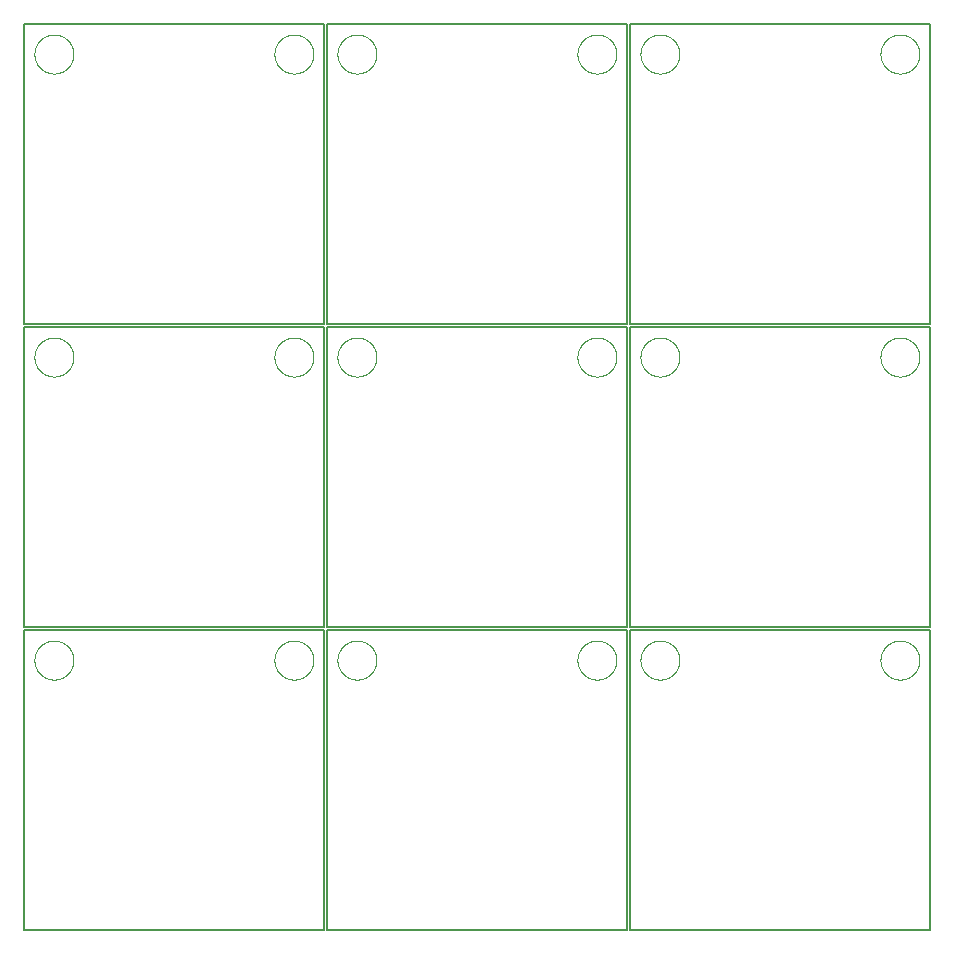
<source format=gko>
G75*
%MOIN*%
%OFA0B0*%
%FSLAX25Y25*%
%IPPOS*%
%LPD*%
%AMOC8*
5,1,8,0,0,1.08239X$1,22.5*
%
%ADD10C,0.00800*%
%ADD11C,0.00000*%
D10*
X0054514Y0034965D02*
X0154514Y0034965D01*
X0154514Y0134965D01*
X0054514Y0134965D01*
X0054514Y0034965D01*
X0155519Y0034965D02*
X0255519Y0034965D01*
X0255519Y0134965D01*
X0155519Y0134965D01*
X0155519Y0034965D01*
X0256524Y0034965D02*
X0356524Y0034965D01*
X0356524Y0134965D01*
X0256524Y0134965D01*
X0256524Y0034965D01*
X0256524Y0135969D02*
X0356524Y0135969D01*
X0356524Y0235969D01*
X0256524Y0235969D01*
X0256524Y0135969D01*
X0255519Y0135969D02*
X0155519Y0135969D01*
X0155519Y0235969D01*
X0255519Y0235969D01*
X0255519Y0135969D01*
X0154514Y0135969D02*
X0054514Y0135969D01*
X0054514Y0235969D01*
X0154514Y0235969D01*
X0154514Y0135969D01*
X0154514Y0236974D02*
X0054514Y0236974D01*
X0054514Y0336974D01*
X0154514Y0336974D01*
X0154514Y0236974D01*
X0155519Y0236974D02*
X0255519Y0236974D01*
X0255519Y0336974D01*
X0155519Y0336974D01*
X0155519Y0236974D01*
X0256524Y0236974D02*
X0356524Y0236974D01*
X0356524Y0336974D01*
X0256524Y0336974D01*
X0256524Y0236974D01*
D11*
X0260024Y0225969D02*
X0260026Y0226130D01*
X0260032Y0226290D01*
X0260042Y0226451D01*
X0260056Y0226611D01*
X0260074Y0226771D01*
X0260095Y0226930D01*
X0260121Y0227089D01*
X0260151Y0227247D01*
X0260184Y0227404D01*
X0260222Y0227561D01*
X0260263Y0227716D01*
X0260308Y0227870D01*
X0260357Y0228023D01*
X0260410Y0228175D01*
X0260466Y0228326D01*
X0260527Y0228475D01*
X0260590Y0228623D01*
X0260658Y0228769D01*
X0260729Y0228913D01*
X0260803Y0229055D01*
X0260881Y0229196D01*
X0260963Y0229334D01*
X0261048Y0229471D01*
X0261136Y0229605D01*
X0261228Y0229737D01*
X0261323Y0229867D01*
X0261421Y0229995D01*
X0261522Y0230120D01*
X0261626Y0230242D01*
X0261733Y0230362D01*
X0261843Y0230479D01*
X0261956Y0230594D01*
X0262072Y0230705D01*
X0262191Y0230814D01*
X0262312Y0230919D01*
X0262436Y0231022D01*
X0262562Y0231122D01*
X0262690Y0231218D01*
X0262821Y0231311D01*
X0262955Y0231401D01*
X0263090Y0231488D01*
X0263228Y0231571D01*
X0263367Y0231651D01*
X0263509Y0231727D01*
X0263652Y0231800D01*
X0263797Y0231869D01*
X0263944Y0231935D01*
X0264092Y0231997D01*
X0264242Y0232055D01*
X0264393Y0232110D01*
X0264546Y0232161D01*
X0264700Y0232208D01*
X0264855Y0232251D01*
X0265011Y0232290D01*
X0265167Y0232326D01*
X0265325Y0232357D01*
X0265483Y0232385D01*
X0265642Y0232409D01*
X0265802Y0232429D01*
X0265962Y0232445D01*
X0266122Y0232457D01*
X0266283Y0232465D01*
X0266444Y0232469D01*
X0266604Y0232469D01*
X0266765Y0232465D01*
X0266926Y0232457D01*
X0267086Y0232445D01*
X0267246Y0232429D01*
X0267406Y0232409D01*
X0267565Y0232385D01*
X0267723Y0232357D01*
X0267881Y0232326D01*
X0268037Y0232290D01*
X0268193Y0232251D01*
X0268348Y0232208D01*
X0268502Y0232161D01*
X0268655Y0232110D01*
X0268806Y0232055D01*
X0268956Y0231997D01*
X0269104Y0231935D01*
X0269251Y0231869D01*
X0269396Y0231800D01*
X0269539Y0231727D01*
X0269681Y0231651D01*
X0269820Y0231571D01*
X0269958Y0231488D01*
X0270093Y0231401D01*
X0270227Y0231311D01*
X0270358Y0231218D01*
X0270486Y0231122D01*
X0270612Y0231022D01*
X0270736Y0230919D01*
X0270857Y0230814D01*
X0270976Y0230705D01*
X0271092Y0230594D01*
X0271205Y0230479D01*
X0271315Y0230362D01*
X0271422Y0230242D01*
X0271526Y0230120D01*
X0271627Y0229995D01*
X0271725Y0229867D01*
X0271820Y0229737D01*
X0271912Y0229605D01*
X0272000Y0229471D01*
X0272085Y0229334D01*
X0272167Y0229196D01*
X0272245Y0229055D01*
X0272319Y0228913D01*
X0272390Y0228769D01*
X0272458Y0228623D01*
X0272521Y0228475D01*
X0272582Y0228326D01*
X0272638Y0228175D01*
X0272691Y0228023D01*
X0272740Y0227870D01*
X0272785Y0227716D01*
X0272826Y0227561D01*
X0272864Y0227404D01*
X0272897Y0227247D01*
X0272927Y0227089D01*
X0272953Y0226930D01*
X0272974Y0226771D01*
X0272992Y0226611D01*
X0273006Y0226451D01*
X0273016Y0226290D01*
X0273022Y0226130D01*
X0273024Y0225969D01*
X0273022Y0225808D01*
X0273016Y0225648D01*
X0273006Y0225487D01*
X0272992Y0225327D01*
X0272974Y0225167D01*
X0272953Y0225008D01*
X0272927Y0224849D01*
X0272897Y0224691D01*
X0272864Y0224534D01*
X0272826Y0224377D01*
X0272785Y0224222D01*
X0272740Y0224068D01*
X0272691Y0223915D01*
X0272638Y0223763D01*
X0272582Y0223612D01*
X0272521Y0223463D01*
X0272458Y0223315D01*
X0272390Y0223169D01*
X0272319Y0223025D01*
X0272245Y0222883D01*
X0272167Y0222742D01*
X0272085Y0222604D01*
X0272000Y0222467D01*
X0271912Y0222333D01*
X0271820Y0222201D01*
X0271725Y0222071D01*
X0271627Y0221943D01*
X0271526Y0221818D01*
X0271422Y0221696D01*
X0271315Y0221576D01*
X0271205Y0221459D01*
X0271092Y0221344D01*
X0270976Y0221233D01*
X0270857Y0221124D01*
X0270736Y0221019D01*
X0270612Y0220916D01*
X0270486Y0220816D01*
X0270358Y0220720D01*
X0270227Y0220627D01*
X0270093Y0220537D01*
X0269958Y0220450D01*
X0269820Y0220367D01*
X0269681Y0220287D01*
X0269539Y0220211D01*
X0269396Y0220138D01*
X0269251Y0220069D01*
X0269104Y0220003D01*
X0268956Y0219941D01*
X0268806Y0219883D01*
X0268655Y0219828D01*
X0268502Y0219777D01*
X0268348Y0219730D01*
X0268193Y0219687D01*
X0268037Y0219648D01*
X0267881Y0219612D01*
X0267723Y0219581D01*
X0267565Y0219553D01*
X0267406Y0219529D01*
X0267246Y0219509D01*
X0267086Y0219493D01*
X0266926Y0219481D01*
X0266765Y0219473D01*
X0266604Y0219469D01*
X0266444Y0219469D01*
X0266283Y0219473D01*
X0266122Y0219481D01*
X0265962Y0219493D01*
X0265802Y0219509D01*
X0265642Y0219529D01*
X0265483Y0219553D01*
X0265325Y0219581D01*
X0265167Y0219612D01*
X0265011Y0219648D01*
X0264855Y0219687D01*
X0264700Y0219730D01*
X0264546Y0219777D01*
X0264393Y0219828D01*
X0264242Y0219883D01*
X0264092Y0219941D01*
X0263944Y0220003D01*
X0263797Y0220069D01*
X0263652Y0220138D01*
X0263509Y0220211D01*
X0263367Y0220287D01*
X0263228Y0220367D01*
X0263090Y0220450D01*
X0262955Y0220537D01*
X0262821Y0220627D01*
X0262690Y0220720D01*
X0262562Y0220816D01*
X0262436Y0220916D01*
X0262312Y0221019D01*
X0262191Y0221124D01*
X0262072Y0221233D01*
X0261956Y0221344D01*
X0261843Y0221459D01*
X0261733Y0221576D01*
X0261626Y0221696D01*
X0261522Y0221818D01*
X0261421Y0221943D01*
X0261323Y0222071D01*
X0261228Y0222201D01*
X0261136Y0222333D01*
X0261048Y0222467D01*
X0260963Y0222604D01*
X0260881Y0222742D01*
X0260803Y0222883D01*
X0260729Y0223025D01*
X0260658Y0223169D01*
X0260590Y0223315D01*
X0260527Y0223463D01*
X0260466Y0223612D01*
X0260410Y0223763D01*
X0260357Y0223915D01*
X0260308Y0224068D01*
X0260263Y0224222D01*
X0260222Y0224377D01*
X0260184Y0224534D01*
X0260151Y0224691D01*
X0260121Y0224849D01*
X0260095Y0225008D01*
X0260074Y0225167D01*
X0260056Y0225327D01*
X0260042Y0225487D01*
X0260032Y0225648D01*
X0260026Y0225808D01*
X0260024Y0225969D01*
X0239019Y0225969D02*
X0239021Y0226130D01*
X0239027Y0226290D01*
X0239037Y0226451D01*
X0239051Y0226611D01*
X0239069Y0226771D01*
X0239090Y0226930D01*
X0239116Y0227089D01*
X0239146Y0227247D01*
X0239179Y0227404D01*
X0239217Y0227561D01*
X0239258Y0227716D01*
X0239303Y0227870D01*
X0239352Y0228023D01*
X0239405Y0228175D01*
X0239461Y0228326D01*
X0239522Y0228475D01*
X0239585Y0228623D01*
X0239653Y0228769D01*
X0239724Y0228913D01*
X0239798Y0229055D01*
X0239876Y0229196D01*
X0239958Y0229334D01*
X0240043Y0229471D01*
X0240131Y0229605D01*
X0240223Y0229737D01*
X0240318Y0229867D01*
X0240416Y0229995D01*
X0240517Y0230120D01*
X0240621Y0230242D01*
X0240728Y0230362D01*
X0240838Y0230479D01*
X0240951Y0230594D01*
X0241067Y0230705D01*
X0241186Y0230814D01*
X0241307Y0230919D01*
X0241431Y0231022D01*
X0241557Y0231122D01*
X0241685Y0231218D01*
X0241816Y0231311D01*
X0241950Y0231401D01*
X0242085Y0231488D01*
X0242223Y0231571D01*
X0242362Y0231651D01*
X0242504Y0231727D01*
X0242647Y0231800D01*
X0242792Y0231869D01*
X0242939Y0231935D01*
X0243087Y0231997D01*
X0243237Y0232055D01*
X0243388Y0232110D01*
X0243541Y0232161D01*
X0243695Y0232208D01*
X0243850Y0232251D01*
X0244006Y0232290D01*
X0244162Y0232326D01*
X0244320Y0232357D01*
X0244478Y0232385D01*
X0244637Y0232409D01*
X0244797Y0232429D01*
X0244957Y0232445D01*
X0245117Y0232457D01*
X0245278Y0232465D01*
X0245439Y0232469D01*
X0245599Y0232469D01*
X0245760Y0232465D01*
X0245921Y0232457D01*
X0246081Y0232445D01*
X0246241Y0232429D01*
X0246401Y0232409D01*
X0246560Y0232385D01*
X0246718Y0232357D01*
X0246876Y0232326D01*
X0247032Y0232290D01*
X0247188Y0232251D01*
X0247343Y0232208D01*
X0247497Y0232161D01*
X0247650Y0232110D01*
X0247801Y0232055D01*
X0247951Y0231997D01*
X0248099Y0231935D01*
X0248246Y0231869D01*
X0248391Y0231800D01*
X0248534Y0231727D01*
X0248676Y0231651D01*
X0248815Y0231571D01*
X0248953Y0231488D01*
X0249088Y0231401D01*
X0249222Y0231311D01*
X0249353Y0231218D01*
X0249481Y0231122D01*
X0249607Y0231022D01*
X0249731Y0230919D01*
X0249852Y0230814D01*
X0249971Y0230705D01*
X0250087Y0230594D01*
X0250200Y0230479D01*
X0250310Y0230362D01*
X0250417Y0230242D01*
X0250521Y0230120D01*
X0250622Y0229995D01*
X0250720Y0229867D01*
X0250815Y0229737D01*
X0250907Y0229605D01*
X0250995Y0229471D01*
X0251080Y0229334D01*
X0251162Y0229196D01*
X0251240Y0229055D01*
X0251314Y0228913D01*
X0251385Y0228769D01*
X0251453Y0228623D01*
X0251516Y0228475D01*
X0251577Y0228326D01*
X0251633Y0228175D01*
X0251686Y0228023D01*
X0251735Y0227870D01*
X0251780Y0227716D01*
X0251821Y0227561D01*
X0251859Y0227404D01*
X0251892Y0227247D01*
X0251922Y0227089D01*
X0251948Y0226930D01*
X0251969Y0226771D01*
X0251987Y0226611D01*
X0252001Y0226451D01*
X0252011Y0226290D01*
X0252017Y0226130D01*
X0252019Y0225969D01*
X0252017Y0225808D01*
X0252011Y0225648D01*
X0252001Y0225487D01*
X0251987Y0225327D01*
X0251969Y0225167D01*
X0251948Y0225008D01*
X0251922Y0224849D01*
X0251892Y0224691D01*
X0251859Y0224534D01*
X0251821Y0224377D01*
X0251780Y0224222D01*
X0251735Y0224068D01*
X0251686Y0223915D01*
X0251633Y0223763D01*
X0251577Y0223612D01*
X0251516Y0223463D01*
X0251453Y0223315D01*
X0251385Y0223169D01*
X0251314Y0223025D01*
X0251240Y0222883D01*
X0251162Y0222742D01*
X0251080Y0222604D01*
X0250995Y0222467D01*
X0250907Y0222333D01*
X0250815Y0222201D01*
X0250720Y0222071D01*
X0250622Y0221943D01*
X0250521Y0221818D01*
X0250417Y0221696D01*
X0250310Y0221576D01*
X0250200Y0221459D01*
X0250087Y0221344D01*
X0249971Y0221233D01*
X0249852Y0221124D01*
X0249731Y0221019D01*
X0249607Y0220916D01*
X0249481Y0220816D01*
X0249353Y0220720D01*
X0249222Y0220627D01*
X0249088Y0220537D01*
X0248953Y0220450D01*
X0248815Y0220367D01*
X0248676Y0220287D01*
X0248534Y0220211D01*
X0248391Y0220138D01*
X0248246Y0220069D01*
X0248099Y0220003D01*
X0247951Y0219941D01*
X0247801Y0219883D01*
X0247650Y0219828D01*
X0247497Y0219777D01*
X0247343Y0219730D01*
X0247188Y0219687D01*
X0247032Y0219648D01*
X0246876Y0219612D01*
X0246718Y0219581D01*
X0246560Y0219553D01*
X0246401Y0219529D01*
X0246241Y0219509D01*
X0246081Y0219493D01*
X0245921Y0219481D01*
X0245760Y0219473D01*
X0245599Y0219469D01*
X0245439Y0219469D01*
X0245278Y0219473D01*
X0245117Y0219481D01*
X0244957Y0219493D01*
X0244797Y0219509D01*
X0244637Y0219529D01*
X0244478Y0219553D01*
X0244320Y0219581D01*
X0244162Y0219612D01*
X0244006Y0219648D01*
X0243850Y0219687D01*
X0243695Y0219730D01*
X0243541Y0219777D01*
X0243388Y0219828D01*
X0243237Y0219883D01*
X0243087Y0219941D01*
X0242939Y0220003D01*
X0242792Y0220069D01*
X0242647Y0220138D01*
X0242504Y0220211D01*
X0242362Y0220287D01*
X0242223Y0220367D01*
X0242085Y0220450D01*
X0241950Y0220537D01*
X0241816Y0220627D01*
X0241685Y0220720D01*
X0241557Y0220816D01*
X0241431Y0220916D01*
X0241307Y0221019D01*
X0241186Y0221124D01*
X0241067Y0221233D01*
X0240951Y0221344D01*
X0240838Y0221459D01*
X0240728Y0221576D01*
X0240621Y0221696D01*
X0240517Y0221818D01*
X0240416Y0221943D01*
X0240318Y0222071D01*
X0240223Y0222201D01*
X0240131Y0222333D01*
X0240043Y0222467D01*
X0239958Y0222604D01*
X0239876Y0222742D01*
X0239798Y0222883D01*
X0239724Y0223025D01*
X0239653Y0223169D01*
X0239585Y0223315D01*
X0239522Y0223463D01*
X0239461Y0223612D01*
X0239405Y0223763D01*
X0239352Y0223915D01*
X0239303Y0224068D01*
X0239258Y0224222D01*
X0239217Y0224377D01*
X0239179Y0224534D01*
X0239146Y0224691D01*
X0239116Y0224849D01*
X0239090Y0225008D01*
X0239069Y0225167D01*
X0239051Y0225327D01*
X0239037Y0225487D01*
X0239027Y0225648D01*
X0239021Y0225808D01*
X0239019Y0225969D01*
X0159019Y0225969D02*
X0159021Y0226130D01*
X0159027Y0226290D01*
X0159037Y0226451D01*
X0159051Y0226611D01*
X0159069Y0226771D01*
X0159090Y0226930D01*
X0159116Y0227089D01*
X0159146Y0227247D01*
X0159179Y0227404D01*
X0159217Y0227561D01*
X0159258Y0227716D01*
X0159303Y0227870D01*
X0159352Y0228023D01*
X0159405Y0228175D01*
X0159461Y0228326D01*
X0159522Y0228475D01*
X0159585Y0228623D01*
X0159653Y0228769D01*
X0159724Y0228913D01*
X0159798Y0229055D01*
X0159876Y0229196D01*
X0159958Y0229334D01*
X0160043Y0229471D01*
X0160131Y0229605D01*
X0160223Y0229737D01*
X0160318Y0229867D01*
X0160416Y0229995D01*
X0160517Y0230120D01*
X0160621Y0230242D01*
X0160728Y0230362D01*
X0160838Y0230479D01*
X0160951Y0230594D01*
X0161067Y0230705D01*
X0161186Y0230814D01*
X0161307Y0230919D01*
X0161431Y0231022D01*
X0161557Y0231122D01*
X0161685Y0231218D01*
X0161816Y0231311D01*
X0161950Y0231401D01*
X0162085Y0231488D01*
X0162223Y0231571D01*
X0162362Y0231651D01*
X0162504Y0231727D01*
X0162647Y0231800D01*
X0162792Y0231869D01*
X0162939Y0231935D01*
X0163087Y0231997D01*
X0163237Y0232055D01*
X0163388Y0232110D01*
X0163541Y0232161D01*
X0163695Y0232208D01*
X0163850Y0232251D01*
X0164006Y0232290D01*
X0164162Y0232326D01*
X0164320Y0232357D01*
X0164478Y0232385D01*
X0164637Y0232409D01*
X0164797Y0232429D01*
X0164957Y0232445D01*
X0165117Y0232457D01*
X0165278Y0232465D01*
X0165439Y0232469D01*
X0165599Y0232469D01*
X0165760Y0232465D01*
X0165921Y0232457D01*
X0166081Y0232445D01*
X0166241Y0232429D01*
X0166401Y0232409D01*
X0166560Y0232385D01*
X0166718Y0232357D01*
X0166876Y0232326D01*
X0167032Y0232290D01*
X0167188Y0232251D01*
X0167343Y0232208D01*
X0167497Y0232161D01*
X0167650Y0232110D01*
X0167801Y0232055D01*
X0167951Y0231997D01*
X0168099Y0231935D01*
X0168246Y0231869D01*
X0168391Y0231800D01*
X0168534Y0231727D01*
X0168676Y0231651D01*
X0168815Y0231571D01*
X0168953Y0231488D01*
X0169088Y0231401D01*
X0169222Y0231311D01*
X0169353Y0231218D01*
X0169481Y0231122D01*
X0169607Y0231022D01*
X0169731Y0230919D01*
X0169852Y0230814D01*
X0169971Y0230705D01*
X0170087Y0230594D01*
X0170200Y0230479D01*
X0170310Y0230362D01*
X0170417Y0230242D01*
X0170521Y0230120D01*
X0170622Y0229995D01*
X0170720Y0229867D01*
X0170815Y0229737D01*
X0170907Y0229605D01*
X0170995Y0229471D01*
X0171080Y0229334D01*
X0171162Y0229196D01*
X0171240Y0229055D01*
X0171314Y0228913D01*
X0171385Y0228769D01*
X0171453Y0228623D01*
X0171516Y0228475D01*
X0171577Y0228326D01*
X0171633Y0228175D01*
X0171686Y0228023D01*
X0171735Y0227870D01*
X0171780Y0227716D01*
X0171821Y0227561D01*
X0171859Y0227404D01*
X0171892Y0227247D01*
X0171922Y0227089D01*
X0171948Y0226930D01*
X0171969Y0226771D01*
X0171987Y0226611D01*
X0172001Y0226451D01*
X0172011Y0226290D01*
X0172017Y0226130D01*
X0172019Y0225969D01*
X0172017Y0225808D01*
X0172011Y0225648D01*
X0172001Y0225487D01*
X0171987Y0225327D01*
X0171969Y0225167D01*
X0171948Y0225008D01*
X0171922Y0224849D01*
X0171892Y0224691D01*
X0171859Y0224534D01*
X0171821Y0224377D01*
X0171780Y0224222D01*
X0171735Y0224068D01*
X0171686Y0223915D01*
X0171633Y0223763D01*
X0171577Y0223612D01*
X0171516Y0223463D01*
X0171453Y0223315D01*
X0171385Y0223169D01*
X0171314Y0223025D01*
X0171240Y0222883D01*
X0171162Y0222742D01*
X0171080Y0222604D01*
X0170995Y0222467D01*
X0170907Y0222333D01*
X0170815Y0222201D01*
X0170720Y0222071D01*
X0170622Y0221943D01*
X0170521Y0221818D01*
X0170417Y0221696D01*
X0170310Y0221576D01*
X0170200Y0221459D01*
X0170087Y0221344D01*
X0169971Y0221233D01*
X0169852Y0221124D01*
X0169731Y0221019D01*
X0169607Y0220916D01*
X0169481Y0220816D01*
X0169353Y0220720D01*
X0169222Y0220627D01*
X0169088Y0220537D01*
X0168953Y0220450D01*
X0168815Y0220367D01*
X0168676Y0220287D01*
X0168534Y0220211D01*
X0168391Y0220138D01*
X0168246Y0220069D01*
X0168099Y0220003D01*
X0167951Y0219941D01*
X0167801Y0219883D01*
X0167650Y0219828D01*
X0167497Y0219777D01*
X0167343Y0219730D01*
X0167188Y0219687D01*
X0167032Y0219648D01*
X0166876Y0219612D01*
X0166718Y0219581D01*
X0166560Y0219553D01*
X0166401Y0219529D01*
X0166241Y0219509D01*
X0166081Y0219493D01*
X0165921Y0219481D01*
X0165760Y0219473D01*
X0165599Y0219469D01*
X0165439Y0219469D01*
X0165278Y0219473D01*
X0165117Y0219481D01*
X0164957Y0219493D01*
X0164797Y0219509D01*
X0164637Y0219529D01*
X0164478Y0219553D01*
X0164320Y0219581D01*
X0164162Y0219612D01*
X0164006Y0219648D01*
X0163850Y0219687D01*
X0163695Y0219730D01*
X0163541Y0219777D01*
X0163388Y0219828D01*
X0163237Y0219883D01*
X0163087Y0219941D01*
X0162939Y0220003D01*
X0162792Y0220069D01*
X0162647Y0220138D01*
X0162504Y0220211D01*
X0162362Y0220287D01*
X0162223Y0220367D01*
X0162085Y0220450D01*
X0161950Y0220537D01*
X0161816Y0220627D01*
X0161685Y0220720D01*
X0161557Y0220816D01*
X0161431Y0220916D01*
X0161307Y0221019D01*
X0161186Y0221124D01*
X0161067Y0221233D01*
X0160951Y0221344D01*
X0160838Y0221459D01*
X0160728Y0221576D01*
X0160621Y0221696D01*
X0160517Y0221818D01*
X0160416Y0221943D01*
X0160318Y0222071D01*
X0160223Y0222201D01*
X0160131Y0222333D01*
X0160043Y0222467D01*
X0159958Y0222604D01*
X0159876Y0222742D01*
X0159798Y0222883D01*
X0159724Y0223025D01*
X0159653Y0223169D01*
X0159585Y0223315D01*
X0159522Y0223463D01*
X0159461Y0223612D01*
X0159405Y0223763D01*
X0159352Y0223915D01*
X0159303Y0224068D01*
X0159258Y0224222D01*
X0159217Y0224377D01*
X0159179Y0224534D01*
X0159146Y0224691D01*
X0159116Y0224849D01*
X0159090Y0225008D01*
X0159069Y0225167D01*
X0159051Y0225327D01*
X0159037Y0225487D01*
X0159027Y0225648D01*
X0159021Y0225808D01*
X0159019Y0225969D01*
X0138014Y0225969D02*
X0138016Y0226130D01*
X0138022Y0226290D01*
X0138032Y0226451D01*
X0138046Y0226611D01*
X0138064Y0226771D01*
X0138085Y0226930D01*
X0138111Y0227089D01*
X0138141Y0227247D01*
X0138174Y0227404D01*
X0138212Y0227561D01*
X0138253Y0227716D01*
X0138298Y0227870D01*
X0138347Y0228023D01*
X0138400Y0228175D01*
X0138456Y0228326D01*
X0138517Y0228475D01*
X0138580Y0228623D01*
X0138648Y0228769D01*
X0138719Y0228913D01*
X0138793Y0229055D01*
X0138871Y0229196D01*
X0138953Y0229334D01*
X0139038Y0229471D01*
X0139126Y0229605D01*
X0139218Y0229737D01*
X0139313Y0229867D01*
X0139411Y0229995D01*
X0139512Y0230120D01*
X0139616Y0230242D01*
X0139723Y0230362D01*
X0139833Y0230479D01*
X0139946Y0230594D01*
X0140062Y0230705D01*
X0140181Y0230814D01*
X0140302Y0230919D01*
X0140426Y0231022D01*
X0140552Y0231122D01*
X0140680Y0231218D01*
X0140811Y0231311D01*
X0140945Y0231401D01*
X0141080Y0231488D01*
X0141218Y0231571D01*
X0141357Y0231651D01*
X0141499Y0231727D01*
X0141642Y0231800D01*
X0141787Y0231869D01*
X0141934Y0231935D01*
X0142082Y0231997D01*
X0142232Y0232055D01*
X0142383Y0232110D01*
X0142536Y0232161D01*
X0142690Y0232208D01*
X0142845Y0232251D01*
X0143001Y0232290D01*
X0143157Y0232326D01*
X0143315Y0232357D01*
X0143473Y0232385D01*
X0143632Y0232409D01*
X0143792Y0232429D01*
X0143952Y0232445D01*
X0144112Y0232457D01*
X0144273Y0232465D01*
X0144434Y0232469D01*
X0144594Y0232469D01*
X0144755Y0232465D01*
X0144916Y0232457D01*
X0145076Y0232445D01*
X0145236Y0232429D01*
X0145396Y0232409D01*
X0145555Y0232385D01*
X0145713Y0232357D01*
X0145871Y0232326D01*
X0146027Y0232290D01*
X0146183Y0232251D01*
X0146338Y0232208D01*
X0146492Y0232161D01*
X0146645Y0232110D01*
X0146796Y0232055D01*
X0146946Y0231997D01*
X0147094Y0231935D01*
X0147241Y0231869D01*
X0147386Y0231800D01*
X0147529Y0231727D01*
X0147671Y0231651D01*
X0147810Y0231571D01*
X0147948Y0231488D01*
X0148083Y0231401D01*
X0148217Y0231311D01*
X0148348Y0231218D01*
X0148476Y0231122D01*
X0148602Y0231022D01*
X0148726Y0230919D01*
X0148847Y0230814D01*
X0148966Y0230705D01*
X0149082Y0230594D01*
X0149195Y0230479D01*
X0149305Y0230362D01*
X0149412Y0230242D01*
X0149516Y0230120D01*
X0149617Y0229995D01*
X0149715Y0229867D01*
X0149810Y0229737D01*
X0149902Y0229605D01*
X0149990Y0229471D01*
X0150075Y0229334D01*
X0150157Y0229196D01*
X0150235Y0229055D01*
X0150309Y0228913D01*
X0150380Y0228769D01*
X0150448Y0228623D01*
X0150511Y0228475D01*
X0150572Y0228326D01*
X0150628Y0228175D01*
X0150681Y0228023D01*
X0150730Y0227870D01*
X0150775Y0227716D01*
X0150816Y0227561D01*
X0150854Y0227404D01*
X0150887Y0227247D01*
X0150917Y0227089D01*
X0150943Y0226930D01*
X0150964Y0226771D01*
X0150982Y0226611D01*
X0150996Y0226451D01*
X0151006Y0226290D01*
X0151012Y0226130D01*
X0151014Y0225969D01*
X0151012Y0225808D01*
X0151006Y0225648D01*
X0150996Y0225487D01*
X0150982Y0225327D01*
X0150964Y0225167D01*
X0150943Y0225008D01*
X0150917Y0224849D01*
X0150887Y0224691D01*
X0150854Y0224534D01*
X0150816Y0224377D01*
X0150775Y0224222D01*
X0150730Y0224068D01*
X0150681Y0223915D01*
X0150628Y0223763D01*
X0150572Y0223612D01*
X0150511Y0223463D01*
X0150448Y0223315D01*
X0150380Y0223169D01*
X0150309Y0223025D01*
X0150235Y0222883D01*
X0150157Y0222742D01*
X0150075Y0222604D01*
X0149990Y0222467D01*
X0149902Y0222333D01*
X0149810Y0222201D01*
X0149715Y0222071D01*
X0149617Y0221943D01*
X0149516Y0221818D01*
X0149412Y0221696D01*
X0149305Y0221576D01*
X0149195Y0221459D01*
X0149082Y0221344D01*
X0148966Y0221233D01*
X0148847Y0221124D01*
X0148726Y0221019D01*
X0148602Y0220916D01*
X0148476Y0220816D01*
X0148348Y0220720D01*
X0148217Y0220627D01*
X0148083Y0220537D01*
X0147948Y0220450D01*
X0147810Y0220367D01*
X0147671Y0220287D01*
X0147529Y0220211D01*
X0147386Y0220138D01*
X0147241Y0220069D01*
X0147094Y0220003D01*
X0146946Y0219941D01*
X0146796Y0219883D01*
X0146645Y0219828D01*
X0146492Y0219777D01*
X0146338Y0219730D01*
X0146183Y0219687D01*
X0146027Y0219648D01*
X0145871Y0219612D01*
X0145713Y0219581D01*
X0145555Y0219553D01*
X0145396Y0219529D01*
X0145236Y0219509D01*
X0145076Y0219493D01*
X0144916Y0219481D01*
X0144755Y0219473D01*
X0144594Y0219469D01*
X0144434Y0219469D01*
X0144273Y0219473D01*
X0144112Y0219481D01*
X0143952Y0219493D01*
X0143792Y0219509D01*
X0143632Y0219529D01*
X0143473Y0219553D01*
X0143315Y0219581D01*
X0143157Y0219612D01*
X0143001Y0219648D01*
X0142845Y0219687D01*
X0142690Y0219730D01*
X0142536Y0219777D01*
X0142383Y0219828D01*
X0142232Y0219883D01*
X0142082Y0219941D01*
X0141934Y0220003D01*
X0141787Y0220069D01*
X0141642Y0220138D01*
X0141499Y0220211D01*
X0141357Y0220287D01*
X0141218Y0220367D01*
X0141080Y0220450D01*
X0140945Y0220537D01*
X0140811Y0220627D01*
X0140680Y0220720D01*
X0140552Y0220816D01*
X0140426Y0220916D01*
X0140302Y0221019D01*
X0140181Y0221124D01*
X0140062Y0221233D01*
X0139946Y0221344D01*
X0139833Y0221459D01*
X0139723Y0221576D01*
X0139616Y0221696D01*
X0139512Y0221818D01*
X0139411Y0221943D01*
X0139313Y0222071D01*
X0139218Y0222201D01*
X0139126Y0222333D01*
X0139038Y0222467D01*
X0138953Y0222604D01*
X0138871Y0222742D01*
X0138793Y0222883D01*
X0138719Y0223025D01*
X0138648Y0223169D01*
X0138580Y0223315D01*
X0138517Y0223463D01*
X0138456Y0223612D01*
X0138400Y0223763D01*
X0138347Y0223915D01*
X0138298Y0224068D01*
X0138253Y0224222D01*
X0138212Y0224377D01*
X0138174Y0224534D01*
X0138141Y0224691D01*
X0138111Y0224849D01*
X0138085Y0225008D01*
X0138064Y0225167D01*
X0138046Y0225327D01*
X0138032Y0225487D01*
X0138022Y0225648D01*
X0138016Y0225808D01*
X0138014Y0225969D01*
X0058014Y0225969D02*
X0058016Y0226130D01*
X0058022Y0226290D01*
X0058032Y0226451D01*
X0058046Y0226611D01*
X0058064Y0226771D01*
X0058085Y0226930D01*
X0058111Y0227089D01*
X0058141Y0227247D01*
X0058174Y0227404D01*
X0058212Y0227561D01*
X0058253Y0227716D01*
X0058298Y0227870D01*
X0058347Y0228023D01*
X0058400Y0228175D01*
X0058456Y0228326D01*
X0058517Y0228475D01*
X0058580Y0228623D01*
X0058648Y0228769D01*
X0058719Y0228913D01*
X0058793Y0229055D01*
X0058871Y0229196D01*
X0058953Y0229334D01*
X0059038Y0229471D01*
X0059126Y0229605D01*
X0059218Y0229737D01*
X0059313Y0229867D01*
X0059411Y0229995D01*
X0059512Y0230120D01*
X0059616Y0230242D01*
X0059723Y0230362D01*
X0059833Y0230479D01*
X0059946Y0230594D01*
X0060062Y0230705D01*
X0060181Y0230814D01*
X0060302Y0230919D01*
X0060426Y0231022D01*
X0060552Y0231122D01*
X0060680Y0231218D01*
X0060811Y0231311D01*
X0060945Y0231401D01*
X0061080Y0231488D01*
X0061218Y0231571D01*
X0061357Y0231651D01*
X0061499Y0231727D01*
X0061642Y0231800D01*
X0061787Y0231869D01*
X0061934Y0231935D01*
X0062082Y0231997D01*
X0062232Y0232055D01*
X0062383Y0232110D01*
X0062536Y0232161D01*
X0062690Y0232208D01*
X0062845Y0232251D01*
X0063001Y0232290D01*
X0063157Y0232326D01*
X0063315Y0232357D01*
X0063473Y0232385D01*
X0063632Y0232409D01*
X0063792Y0232429D01*
X0063952Y0232445D01*
X0064112Y0232457D01*
X0064273Y0232465D01*
X0064434Y0232469D01*
X0064594Y0232469D01*
X0064755Y0232465D01*
X0064916Y0232457D01*
X0065076Y0232445D01*
X0065236Y0232429D01*
X0065396Y0232409D01*
X0065555Y0232385D01*
X0065713Y0232357D01*
X0065871Y0232326D01*
X0066027Y0232290D01*
X0066183Y0232251D01*
X0066338Y0232208D01*
X0066492Y0232161D01*
X0066645Y0232110D01*
X0066796Y0232055D01*
X0066946Y0231997D01*
X0067094Y0231935D01*
X0067241Y0231869D01*
X0067386Y0231800D01*
X0067529Y0231727D01*
X0067671Y0231651D01*
X0067810Y0231571D01*
X0067948Y0231488D01*
X0068083Y0231401D01*
X0068217Y0231311D01*
X0068348Y0231218D01*
X0068476Y0231122D01*
X0068602Y0231022D01*
X0068726Y0230919D01*
X0068847Y0230814D01*
X0068966Y0230705D01*
X0069082Y0230594D01*
X0069195Y0230479D01*
X0069305Y0230362D01*
X0069412Y0230242D01*
X0069516Y0230120D01*
X0069617Y0229995D01*
X0069715Y0229867D01*
X0069810Y0229737D01*
X0069902Y0229605D01*
X0069990Y0229471D01*
X0070075Y0229334D01*
X0070157Y0229196D01*
X0070235Y0229055D01*
X0070309Y0228913D01*
X0070380Y0228769D01*
X0070448Y0228623D01*
X0070511Y0228475D01*
X0070572Y0228326D01*
X0070628Y0228175D01*
X0070681Y0228023D01*
X0070730Y0227870D01*
X0070775Y0227716D01*
X0070816Y0227561D01*
X0070854Y0227404D01*
X0070887Y0227247D01*
X0070917Y0227089D01*
X0070943Y0226930D01*
X0070964Y0226771D01*
X0070982Y0226611D01*
X0070996Y0226451D01*
X0071006Y0226290D01*
X0071012Y0226130D01*
X0071014Y0225969D01*
X0071012Y0225808D01*
X0071006Y0225648D01*
X0070996Y0225487D01*
X0070982Y0225327D01*
X0070964Y0225167D01*
X0070943Y0225008D01*
X0070917Y0224849D01*
X0070887Y0224691D01*
X0070854Y0224534D01*
X0070816Y0224377D01*
X0070775Y0224222D01*
X0070730Y0224068D01*
X0070681Y0223915D01*
X0070628Y0223763D01*
X0070572Y0223612D01*
X0070511Y0223463D01*
X0070448Y0223315D01*
X0070380Y0223169D01*
X0070309Y0223025D01*
X0070235Y0222883D01*
X0070157Y0222742D01*
X0070075Y0222604D01*
X0069990Y0222467D01*
X0069902Y0222333D01*
X0069810Y0222201D01*
X0069715Y0222071D01*
X0069617Y0221943D01*
X0069516Y0221818D01*
X0069412Y0221696D01*
X0069305Y0221576D01*
X0069195Y0221459D01*
X0069082Y0221344D01*
X0068966Y0221233D01*
X0068847Y0221124D01*
X0068726Y0221019D01*
X0068602Y0220916D01*
X0068476Y0220816D01*
X0068348Y0220720D01*
X0068217Y0220627D01*
X0068083Y0220537D01*
X0067948Y0220450D01*
X0067810Y0220367D01*
X0067671Y0220287D01*
X0067529Y0220211D01*
X0067386Y0220138D01*
X0067241Y0220069D01*
X0067094Y0220003D01*
X0066946Y0219941D01*
X0066796Y0219883D01*
X0066645Y0219828D01*
X0066492Y0219777D01*
X0066338Y0219730D01*
X0066183Y0219687D01*
X0066027Y0219648D01*
X0065871Y0219612D01*
X0065713Y0219581D01*
X0065555Y0219553D01*
X0065396Y0219529D01*
X0065236Y0219509D01*
X0065076Y0219493D01*
X0064916Y0219481D01*
X0064755Y0219473D01*
X0064594Y0219469D01*
X0064434Y0219469D01*
X0064273Y0219473D01*
X0064112Y0219481D01*
X0063952Y0219493D01*
X0063792Y0219509D01*
X0063632Y0219529D01*
X0063473Y0219553D01*
X0063315Y0219581D01*
X0063157Y0219612D01*
X0063001Y0219648D01*
X0062845Y0219687D01*
X0062690Y0219730D01*
X0062536Y0219777D01*
X0062383Y0219828D01*
X0062232Y0219883D01*
X0062082Y0219941D01*
X0061934Y0220003D01*
X0061787Y0220069D01*
X0061642Y0220138D01*
X0061499Y0220211D01*
X0061357Y0220287D01*
X0061218Y0220367D01*
X0061080Y0220450D01*
X0060945Y0220537D01*
X0060811Y0220627D01*
X0060680Y0220720D01*
X0060552Y0220816D01*
X0060426Y0220916D01*
X0060302Y0221019D01*
X0060181Y0221124D01*
X0060062Y0221233D01*
X0059946Y0221344D01*
X0059833Y0221459D01*
X0059723Y0221576D01*
X0059616Y0221696D01*
X0059512Y0221818D01*
X0059411Y0221943D01*
X0059313Y0222071D01*
X0059218Y0222201D01*
X0059126Y0222333D01*
X0059038Y0222467D01*
X0058953Y0222604D01*
X0058871Y0222742D01*
X0058793Y0222883D01*
X0058719Y0223025D01*
X0058648Y0223169D01*
X0058580Y0223315D01*
X0058517Y0223463D01*
X0058456Y0223612D01*
X0058400Y0223763D01*
X0058347Y0223915D01*
X0058298Y0224068D01*
X0058253Y0224222D01*
X0058212Y0224377D01*
X0058174Y0224534D01*
X0058141Y0224691D01*
X0058111Y0224849D01*
X0058085Y0225008D01*
X0058064Y0225167D01*
X0058046Y0225327D01*
X0058032Y0225487D01*
X0058022Y0225648D01*
X0058016Y0225808D01*
X0058014Y0225969D01*
X0058014Y0124965D02*
X0058016Y0125126D01*
X0058022Y0125286D01*
X0058032Y0125447D01*
X0058046Y0125607D01*
X0058064Y0125767D01*
X0058085Y0125926D01*
X0058111Y0126085D01*
X0058141Y0126243D01*
X0058174Y0126400D01*
X0058212Y0126557D01*
X0058253Y0126712D01*
X0058298Y0126866D01*
X0058347Y0127019D01*
X0058400Y0127171D01*
X0058456Y0127322D01*
X0058517Y0127471D01*
X0058580Y0127619D01*
X0058648Y0127765D01*
X0058719Y0127909D01*
X0058793Y0128051D01*
X0058871Y0128192D01*
X0058953Y0128330D01*
X0059038Y0128467D01*
X0059126Y0128601D01*
X0059218Y0128733D01*
X0059313Y0128863D01*
X0059411Y0128991D01*
X0059512Y0129116D01*
X0059616Y0129238D01*
X0059723Y0129358D01*
X0059833Y0129475D01*
X0059946Y0129590D01*
X0060062Y0129701D01*
X0060181Y0129810D01*
X0060302Y0129915D01*
X0060426Y0130018D01*
X0060552Y0130118D01*
X0060680Y0130214D01*
X0060811Y0130307D01*
X0060945Y0130397D01*
X0061080Y0130484D01*
X0061218Y0130567D01*
X0061357Y0130647D01*
X0061499Y0130723D01*
X0061642Y0130796D01*
X0061787Y0130865D01*
X0061934Y0130931D01*
X0062082Y0130993D01*
X0062232Y0131051D01*
X0062383Y0131106D01*
X0062536Y0131157D01*
X0062690Y0131204D01*
X0062845Y0131247D01*
X0063001Y0131286D01*
X0063157Y0131322D01*
X0063315Y0131353D01*
X0063473Y0131381D01*
X0063632Y0131405D01*
X0063792Y0131425D01*
X0063952Y0131441D01*
X0064112Y0131453D01*
X0064273Y0131461D01*
X0064434Y0131465D01*
X0064594Y0131465D01*
X0064755Y0131461D01*
X0064916Y0131453D01*
X0065076Y0131441D01*
X0065236Y0131425D01*
X0065396Y0131405D01*
X0065555Y0131381D01*
X0065713Y0131353D01*
X0065871Y0131322D01*
X0066027Y0131286D01*
X0066183Y0131247D01*
X0066338Y0131204D01*
X0066492Y0131157D01*
X0066645Y0131106D01*
X0066796Y0131051D01*
X0066946Y0130993D01*
X0067094Y0130931D01*
X0067241Y0130865D01*
X0067386Y0130796D01*
X0067529Y0130723D01*
X0067671Y0130647D01*
X0067810Y0130567D01*
X0067948Y0130484D01*
X0068083Y0130397D01*
X0068217Y0130307D01*
X0068348Y0130214D01*
X0068476Y0130118D01*
X0068602Y0130018D01*
X0068726Y0129915D01*
X0068847Y0129810D01*
X0068966Y0129701D01*
X0069082Y0129590D01*
X0069195Y0129475D01*
X0069305Y0129358D01*
X0069412Y0129238D01*
X0069516Y0129116D01*
X0069617Y0128991D01*
X0069715Y0128863D01*
X0069810Y0128733D01*
X0069902Y0128601D01*
X0069990Y0128467D01*
X0070075Y0128330D01*
X0070157Y0128192D01*
X0070235Y0128051D01*
X0070309Y0127909D01*
X0070380Y0127765D01*
X0070448Y0127619D01*
X0070511Y0127471D01*
X0070572Y0127322D01*
X0070628Y0127171D01*
X0070681Y0127019D01*
X0070730Y0126866D01*
X0070775Y0126712D01*
X0070816Y0126557D01*
X0070854Y0126400D01*
X0070887Y0126243D01*
X0070917Y0126085D01*
X0070943Y0125926D01*
X0070964Y0125767D01*
X0070982Y0125607D01*
X0070996Y0125447D01*
X0071006Y0125286D01*
X0071012Y0125126D01*
X0071014Y0124965D01*
X0071012Y0124804D01*
X0071006Y0124644D01*
X0070996Y0124483D01*
X0070982Y0124323D01*
X0070964Y0124163D01*
X0070943Y0124004D01*
X0070917Y0123845D01*
X0070887Y0123687D01*
X0070854Y0123530D01*
X0070816Y0123373D01*
X0070775Y0123218D01*
X0070730Y0123064D01*
X0070681Y0122911D01*
X0070628Y0122759D01*
X0070572Y0122608D01*
X0070511Y0122459D01*
X0070448Y0122311D01*
X0070380Y0122165D01*
X0070309Y0122021D01*
X0070235Y0121879D01*
X0070157Y0121738D01*
X0070075Y0121600D01*
X0069990Y0121463D01*
X0069902Y0121329D01*
X0069810Y0121197D01*
X0069715Y0121067D01*
X0069617Y0120939D01*
X0069516Y0120814D01*
X0069412Y0120692D01*
X0069305Y0120572D01*
X0069195Y0120455D01*
X0069082Y0120340D01*
X0068966Y0120229D01*
X0068847Y0120120D01*
X0068726Y0120015D01*
X0068602Y0119912D01*
X0068476Y0119812D01*
X0068348Y0119716D01*
X0068217Y0119623D01*
X0068083Y0119533D01*
X0067948Y0119446D01*
X0067810Y0119363D01*
X0067671Y0119283D01*
X0067529Y0119207D01*
X0067386Y0119134D01*
X0067241Y0119065D01*
X0067094Y0118999D01*
X0066946Y0118937D01*
X0066796Y0118879D01*
X0066645Y0118824D01*
X0066492Y0118773D01*
X0066338Y0118726D01*
X0066183Y0118683D01*
X0066027Y0118644D01*
X0065871Y0118608D01*
X0065713Y0118577D01*
X0065555Y0118549D01*
X0065396Y0118525D01*
X0065236Y0118505D01*
X0065076Y0118489D01*
X0064916Y0118477D01*
X0064755Y0118469D01*
X0064594Y0118465D01*
X0064434Y0118465D01*
X0064273Y0118469D01*
X0064112Y0118477D01*
X0063952Y0118489D01*
X0063792Y0118505D01*
X0063632Y0118525D01*
X0063473Y0118549D01*
X0063315Y0118577D01*
X0063157Y0118608D01*
X0063001Y0118644D01*
X0062845Y0118683D01*
X0062690Y0118726D01*
X0062536Y0118773D01*
X0062383Y0118824D01*
X0062232Y0118879D01*
X0062082Y0118937D01*
X0061934Y0118999D01*
X0061787Y0119065D01*
X0061642Y0119134D01*
X0061499Y0119207D01*
X0061357Y0119283D01*
X0061218Y0119363D01*
X0061080Y0119446D01*
X0060945Y0119533D01*
X0060811Y0119623D01*
X0060680Y0119716D01*
X0060552Y0119812D01*
X0060426Y0119912D01*
X0060302Y0120015D01*
X0060181Y0120120D01*
X0060062Y0120229D01*
X0059946Y0120340D01*
X0059833Y0120455D01*
X0059723Y0120572D01*
X0059616Y0120692D01*
X0059512Y0120814D01*
X0059411Y0120939D01*
X0059313Y0121067D01*
X0059218Y0121197D01*
X0059126Y0121329D01*
X0059038Y0121463D01*
X0058953Y0121600D01*
X0058871Y0121738D01*
X0058793Y0121879D01*
X0058719Y0122021D01*
X0058648Y0122165D01*
X0058580Y0122311D01*
X0058517Y0122459D01*
X0058456Y0122608D01*
X0058400Y0122759D01*
X0058347Y0122911D01*
X0058298Y0123064D01*
X0058253Y0123218D01*
X0058212Y0123373D01*
X0058174Y0123530D01*
X0058141Y0123687D01*
X0058111Y0123845D01*
X0058085Y0124004D01*
X0058064Y0124163D01*
X0058046Y0124323D01*
X0058032Y0124483D01*
X0058022Y0124644D01*
X0058016Y0124804D01*
X0058014Y0124965D01*
X0138014Y0124965D02*
X0138016Y0125126D01*
X0138022Y0125286D01*
X0138032Y0125447D01*
X0138046Y0125607D01*
X0138064Y0125767D01*
X0138085Y0125926D01*
X0138111Y0126085D01*
X0138141Y0126243D01*
X0138174Y0126400D01*
X0138212Y0126557D01*
X0138253Y0126712D01*
X0138298Y0126866D01*
X0138347Y0127019D01*
X0138400Y0127171D01*
X0138456Y0127322D01*
X0138517Y0127471D01*
X0138580Y0127619D01*
X0138648Y0127765D01*
X0138719Y0127909D01*
X0138793Y0128051D01*
X0138871Y0128192D01*
X0138953Y0128330D01*
X0139038Y0128467D01*
X0139126Y0128601D01*
X0139218Y0128733D01*
X0139313Y0128863D01*
X0139411Y0128991D01*
X0139512Y0129116D01*
X0139616Y0129238D01*
X0139723Y0129358D01*
X0139833Y0129475D01*
X0139946Y0129590D01*
X0140062Y0129701D01*
X0140181Y0129810D01*
X0140302Y0129915D01*
X0140426Y0130018D01*
X0140552Y0130118D01*
X0140680Y0130214D01*
X0140811Y0130307D01*
X0140945Y0130397D01*
X0141080Y0130484D01*
X0141218Y0130567D01*
X0141357Y0130647D01*
X0141499Y0130723D01*
X0141642Y0130796D01*
X0141787Y0130865D01*
X0141934Y0130931D01*
X0142082Y0130993D01*
X0142232Y0131051D01*
X0142383Y0131106D01*
X0142536Y0131157D01*
X0142690Y0131204D01*
X0142845Y0131247D01*
X0143001Y0131286D01*
X0143157Y0131322D01*
X0143315Y0131353D01*
X0143473Y0131381D01*
X0143632Y0131405D01*
X0143792Y0131425D01*
X0143952Y0131441D01*
X0144112Y0131453D01*
X0144273Y0131461D01*
X0144434Y0131465D01*
X0144594Y0131465D01*
X0144755Y0131461D01*
X0144916Y0131453D01*
X0145076Y0131441D01*
X0145236Y0131425D01*
X0145396Y0131405D01*
X0145555Y0131381D01*
X0145713Y0131353D01*
X0145871Y0131322D01*
X0146027Y0131286D01*
X0146183Y0131247D01*
X0146338Y0131204D01*
X0146492Y0131157D01*
X0146645Y0131106D01*
X0146796Y0131051D01*
X0146946Y0130993D01*
X0147094Y0130931D01*
X0147241Y0130865D01*
X0147386Y0130796D01*
X0147529Y0130723D01*
X0147671Y0130647D01*
X0147810Y0130567D01*
X0147948Y0130484D01*
X0148083Y0130397D01*
X0148217Y0130307D01*
X0148348Y0130214D01*
X0148476Y0130118D01*
X0148602Y0130018D01*
X0148726Y0129915D01*
X0148847Y0129810D01*
X0148966Y0129701D01*
X0149082Y0129590D01*
X0149195Y0129475D01*
X0149305Y0129358D01*
X0149412Y0129238D01*
X0149516Y0129116D01*
X0149617Y0128991D01*
X0149715Y0128863D01*
X0149810Y0128733D01*
X0149902Y0128601D01*
X0149990Y0128467D01*
X0150075Y0128330D01*
X0150157Y0128192D01*
X0150235Y0128051D01*
X0150309Y0127909D01*
X0150380Y0127765D01*
X0150448Y0127619D01*
X0150511Y0127471D01*
X0150572Y0127322D01*
X0150628Y0127171D01*
X0150681Y0127019D01*
X0150730Y0126866D01*
X0150775Y0126712D01*
X0150816Y0126557D01*
X0150854Y0126400D01*
X0150887Y0126243D01*
X0150917Y0126085D01*
X0150943Y0125926D01*
X0150964Y0125767D01*
X0150982Y0125607D01*
X0150996Y0125447D01*
X0151006Y0125286D01*
X0151012Y0125126D01*
X0151014Y0124965D01*
X0151012Y0124804D01*
X0151006Y0124644D01*
X0150996Y0124483D01*
X0150982Y0124323D01*
X0150964Y0124163D01*
X0150943Y0124004D01*
X0150917Y0123845D01*
X0150887Y0123687D01*
X0150854Y0123530D01*
X0150816Y0123373D01*
X0150775Y0123218D01*
X0150730Y0123064D01*
X0150681Y0122911D01*
X0150628Y0122759D01*
X0150572Y0122608D01*
X0150511Y0122459D01*
X0150448Y0122311D01*
X0150380Y0122165D01*
X0150309Y0122021D01*
X0150235Y0121879D01*
X0150157Y0121738D01*
X0150075Y0121600D01*
X0149990Y0121463D01*
X0149902Y0121329D01*
X0149810Y0121197D01*
X0149715Y0121067D01*
X0149617Y0120939D01*
X0149516Y0120814D01*
X0149412Y0120692D01*
X0149305Y0120572D01*
X0149195Y0120455D01*
X0149082Y0120340D01*
X0148966Y0120229D01*
X0148847Y0120120D01*
X0148726Y0120015D01*
X0148602Y0119912D01*
X0148476Y0119812D01*
X0148348Y0119716D01*
X0148217Y0119623D01*
X0148083Y0119533D01*
X0147948Y0119446D01*
X0147810Y0119363D01*
X0147671Y0119283D01*
X0147529Y0119207D01*
X0147386Y0119134D01*
X0147241Y0119065D01*
X0147094Y0118999D01*
X0146946Y0118937D01*
X0146796Y0118879D01*
X0146645Y0118824D01*
X0146492Y0118773D01*
X0146338Y0118726D01*
X0146183Y0118683D01*
X0146027Y0118644D01*
X0145871Y0118608D01*
X0145713Y0118577D01*
X0145555Y0118549D01*
X0145396Y0118525D01*
X0145236Y0118505D01*
X0145076Y0118489D01*
X0144916Y0118477D01*
X0144755Y0118469D01*
X0144594Y0118465D01*
X0144434Y0118465D01*
X0144273Y0118469D01*
X0144112Y0118477D01*
X0143952Y0118489D01*
X0143792Y0118505D01*
X0143632Y0118525D01*
X0143473Y0118549D01*
X0143315Y0118577D01*
X0143157Y0118608D01*
X0143001Y0118644D01*
X0142845Y0118683D01*
X0142690Y0118726D01*
X0142536Y0118773D01*
X0142383Y0118824D01*
X0142232Y0118879D01*
X0142082Y0118937D01*
X0141934Y0118999D01*
X0141787Y0119065D01*
X0141642Y0119134D01*
X0141499Y0119207D01*
X0141357Y0119283D01*
X0141218Y0119363D01*
X0141080Y0119446D01*
X0140945Y0119533D01*
X0140811Y0119623D01*
X0140680Y0119716D01*
X0140552Y0119812D01*
X0140426Y0119912D01*
X0140302Y0120015D01*
X0140181Y0120120D01*
X0140062Y0120229D01*
X0139946Y0120340D01*
X0139833Y0120455D01*
X0139723Y0120572D01*
X0139616Y0120692D01*
X0139512Y0120814D01*
X0139411Y0120939D01*
X0139313Y0121067D01*
X0139218Y0121197D01*
X0139126Y0121329D01*
X0139038Y0121463D01*
X0138953Y0121600D01*
X0138871Y0121738D01*
X0138793Y0121879D01*
X0138719Y0122021D01*
X0138648Y0122165D01*
X0138580Y0122311D01*
X0138517Y0122459D01*
X0138456Y0122608D01*
X0138400Y0122759D01*
X0138347Y0122911D01*
X0138298Y0123064D01*
X0138253Y0123218D01*
X0138212Y0123373D01*
X0138174Y0123530D01*
X0138141Y0123687D01*
X0138111Y0123845D01*
X0138085Y0124004D01*
X0138064Y0124163D01*
X0138046Y0124323D01*
X0138032Y0124483D01*
X0138022Y0124644D01*
X0138016Y0124804D01*
X0138014Y0124965D01*
X0159019Y0124965D02*
X0159021Y0125126D01*
X0159027Y0125286D01*
X0159037Y0125447D01*
X0159051Y0125607D01*
X0159069Y0125767D01*
X0159090Y0125926D01*
X0159116Y0126085D01*
X0159146Y0126243D01*
X0159179Y0126400D01*
X0159217Y0126557D01*
X0159258Y0126712D01*
X0159303Y0126866D01*
X0159352Y0127019D01*
X0159405Y0127171D01*
X0159461Y0127322D01*
X0159522Y0127471D01*
X0159585Y0127619D01*
X0159653Y0127765D01*
X0159724Y0127909D01*
X0159798Y0128051D01*
X0159876Y0128192D01*
X0159958Y0128330D01*
X0160043Y0128467D01*
X0160131Y0128601D01*
X0160223Y0128733D01*
X0160318Y0128863D01*
X0160416Y0128991D01*
X0160517Y0129116D01*
X0160621Y0129238D01*
X0160728Y0129358D01*
X0160838Y0129475D01*
X0160951Y0129590D01*
X0161067Y0129701D01*
X0161186Y0129810D01*
X0161307Y0129915D01*
X0161431Y0130018D01*
X0161557Y0130118D01*
X0161685Y0130214D01*
X0161816Y0130307D01*
X0161950Y0130397D01*
X0162085Y0130484D01*
X0162223Y0130567D01*
X0162362Y0130647D01*
X0162504Y0130723D01*
X0162647Y0130796D01*
X0162792Y0130865D01*
X0162939Y0130931D01*
X0163087Y0130993D01*
X0163237Y0131051D01*
X0163388Y0131106D01*
X0163541Y0131157D01*
X0163695Y0131204D01*
X0163850Y0131247D01*
X0164006Y0131286D01*
X0164162Y0131322D01*
X0164320Y0131353D01*
X0164478Y0131381D01*
X0164637Y0131405D01*
X0164797Y0131425D01*
X0164957Y0131441D01*
X0165117Y0131453D01*
X0165278Y0131461D01*
X0165439Y0131465D01*
X0165599Y0131465D01*
X0165760Y0131461D01*
X0165921Y0131453D01*
X0166081Y0131441D01*
X0166241Y0131425D01*
X0166401Y0131405D01*
X0166560Y0131381D01*
X0166718Y0131353D01*
X0166876Y0131322D01*
X0167032Y0131286D01*
X0167188Y0131247D01*
X0167343Y0131204D01*
X0167497Y0131157D01*
X0167650Y0131106D01*
X0167801Y0131051D01*
X0167951Y0130993D01*
X0168099Y0130931D01*
X0168246Y0130865D01*
X0168391Y0130796D01*
X0168534Y0130723D01*
X0168676Y0130647D01*
X0168815Y0130567D01*
X0168953Y0130484D01*
X0169088Y0130397D01*
X0169222Y0130307D01*
X0169353Y0130214D01*
X0169481Y0130118D01*
X0169607Y0130018D01*
X0169731Y0129915D01*
X0169852Y0129810D01*
X0169971Y0129701D01*
X0170087Y0129590D01*
X0170200Y0129475D01*
X0170310Y0129358D01*
X0170417Y0129238D01*
X0170521Y0129116D01*
X0170622Y0128991D01*
X0170720Y0128863D01*
X0170815Y0128733D01*
X0170907Y0128601D01*
X0170995Y0128467D01*
X0171080Y0128330D01*
X0171162Y0128192D01*
X0171240Y0128051D01*
X0171314Y0127909D01*
X0171385Y0127765D01*
X0171453Y0127619D01*
X0171516Y0127471D01*
X0171577Y0127322D01*
X0171633Y0127171D01*
X0171686Y0127019D01*
X0171735Y0126866D01*
X0171780Y0126712D01*
X0171821Y0126557D01*
X0171859Y0126400D01*
X0171892Y0126243D01*
X0171922Y0126085D01*
X0171948Y0125926D01*
X0171969Y0125767D01*
X0171987Y0125607D01*
X0172001Y0125447D01*
X0172011Y0125286D01*
X0172017Y0125126D01*
X0172019Y0124965D01*
X0172017Y0124804D01*
X0172011Y0124644D01*
X0172001Y0124483D01*
X0171987Y0124323D01*
X0171969Y0124163D01*
X0171948Y0124004D01*
X0171922Y0123845D01*
X0171892Y0123687D01*
X0171859Y0123530D01*
X0171821Y0123373D01*
X0171780Y0123218D01*
X0171735Y0123064D01*
X0171686Y0122911D01*
X0171633Y0122759D01*
X0171577Y0122608D01*
X0171516Y0122459D01*
X0171453Y0122311D01*
X0171385Y0122165D01*
X0171314Y0122021D01*
X0171240Y0121879D01*
X0171162Y0121738D01*
X0171080Y0121600D01*
X0170995Y0121463D01*
X0170907Y0121329D01*
X0170815Y0121197D01*
X0170720Y0121067D01*
X0170622Y0120939D01*
X0170521Y0120814D01*
X0170417Y0120692D01*
X0170310Y0120572D01*
X0170200Y0120455D01*
X0170087Y0120340D01*
X0169971Y0120229D01*
X0169852Y0120120D01*
X0169731Y0120015D01*
X0169607Y0119912D01*
X0169481Y0119812D01*
X0169353Y0119716D01*
X0169222Y0119623D01*
X0169088Y0119533D01*
X0168953Y0119446D01*
X0168815Y0119363D01*
X0168676Y0119283D01*
X0168534Y0119207D01*
X0168391Y0119134D01*
X0168246Y0119065D01*
X0168099Y0118999D01*
X0167951Y0118937D01*
X0167801Y0118879D01*
X0167650Y0118824D01*
X0167497Y0118773D01*
X0167343Y0118726D01*
X0167188Y0118683D01*
X0167032Y0118644D01*
X0166876Y0118608D01*
X0166718Y0118577D01*
X0166560Y0118549D01*
X0166401Y0118525D01*
X0166241Y0118505D01*
X0166081Y0118489D01*
X0165921Y0118477D01*
X0165760Y0118469D01*
X0165599Y0118465D01*
X0165439Y0118465D01*
X0165278Y0118469D01*
X0165117Y0118477D01*
X0164957Y0118489D01*
X0164797Y0118505D01*
X0164637Y0118525D01*
X0164478Y0118549D01*
X0164320Y0118577D01*
X0164162Y0118608D01*
X0164006Y0118644D01*
X0163850Y0118683D01*
X0163695Y0118726D01*
X0163541Y0118773D01*
X0163388Y0118824D01*
X0163237Y0118879D01*
X0163087Y0118937D01*
X0162939Y0118999D01*
X0162792Y0119065D01*
X0162647Y0119134D01*
X0162504Y0119207D01*
X0162362Y0119283D01*
X0162223Y0119363D01*
X0162085Y0119446D01*
X0161950Y0119533D01*
X0161816Y0119623D01*
X0161685Y0119716D01*
X0161557Y0119812D01*
X0161431Y0119912D01*
X0161307Y0120015D01*
X0161186Y0120120D01*
X0161067Y0120229D01*
X0160951Y0120340D01*
X0160838Y0120455D01*
X0160728Y0120572D01*
X0160621Y0120692D01*
X0160517Y0120814D01*
X0160416Y0120939D01*
X0160318Y0121067D01*
X0160223Y0121197D01*
X0160131Y0121329D01*
X0160043Y0121463D01*
X0159958Y0121600D01*
X0159876Y0121738D01*
X0159798Y0121879D01*
X0159724Y0122021D01*
X0159653Y0122165D01*
X0159585Y0122311D01*
X0159522Y0122459D01*
X0159461Y0122608D01*
X0159405Y0122759D01*
X0159352Y0122911D01*
X0159303Y0123064D01*
X0159258Y0123218D01*
X0159217Y0123373D01*
X0159179Y0123530D01*
X0159146Y0123687D01*
X0159116Y0123845D01*
X0159090Y0124004D01*
X0159069Y0124163D01*
X0159051Y0124323D01*
X0159037Y0124483D01*
X0159027Y0124644D01*
X0159021Y0124804D01*
X0159019Y0124965D01*
X0239019Y0124965D02*
X0239021Y0125126D01*
X0239027Y0125286D01*
X0239037Y0125447D01*
X0239051Y0125607D01*
X0239069Y0125767D01*
X0239090Y0125926D01*
X0239116Y0126085D01*
X0239146Y0126243D01*
X0239179Y0126400D01*
X0239217Y0126557D01*
X0239258Y0126712D01*
X0239303Y0126866D01*
X0239352Y0127019D01*
X0239405Y0127171D01*
X0239461Y0127322D01*
X0239522Y0127471D01*
X0239585Y0127619D01*
X0239653Y0127765D01*
X0239724Y0127909D01*
X0239798Y0128051D01*
X0239876Y0128192D01*
X0239958Y0128330D01*
X0240043Y0128467D01*
X0240131Y0128601D01*
X0240223Y0128733D01*
X0240318Y0128863D01*
X0240416Y0128991D01*
X0240517Y0129116D01*
X0240621Y0129238D01*
X0240728Y0129358D01*
X0240838Y0129475D01*
X0240951Y0129590D01*
X0241067Y0129701D01*
X0241186Y0129810D01*
X0241307Y0129915D01*
X0241431Y0130018D01*
X0241557Y0130118D01*
X0241685Y0130214D01*
X0241816Y0130307D01*
X0241950Y0130397D01*
X0242085Y0130484D01*
X0242223Y0130567D01*
X0242362Y0130647D01*
X0242504Y0130723D01*
X0242647Y0130796D01*
X0242792Y0130865D01*
X0242939Y0130931D01*
X0243087Y0130993D01*
X0243237Y0131051D01*
X0243388Y0131106D01*
X0243541Y0131157D01*
X0243695Y0131204D01*
X0243850Y0131247D01*
X0244006Y0131286D01*
X0244162Y0131322D01*
X0244320Y0131353D01*
X0244478Y0131381D01*
X0244637Y0131405D01*
X0244797Y0131425D01*
X0244957Y0131441D01*
X0245117Y0131453D01*
X0245278Y0131461D01*
X0245439Y0131465D01*
X0245599Y0131465D01*
X0245760Y0131461D01*
X0245921Y0131453D01*
X0246081Y0131441D01*
X0246241Y0131425D01*
X0246401Y0131405D01*
X0246560Y0131381D01*
X0246718Y0131353D01*
X0246876Y0131322D01*
X0247032Y0131286D01*
X0247188Y0131247D01*
X0247343Y0131204D01*
X0247497Y0131157D01*
X0247650Y0131106D01*
X0247801Y0131051D01*
X0247951Y0130993D01*
X0248099Y0130931D01*
X0248246Y0130865D01*
X0248391Y0130796D01*
X0248534Y0130723D01*
X0248676Y0130647D01*
X0248815Y0130567D01*
X0248953Y0130484D01*
X0249088Y0130397D01*
X0249222Y0130307D01*
X0249353Y0130214D01*
X0249481Y0130118D01*
X0249607Y0130018D01*
X0249731Y0129915D01*
X0249852Y0129810D01*
X0249971Y0129701D01*
X0250087Y0129590D01*
X0250200Y0129475D01*
X0250310Y0129358D01*
X0250417Y0129238D01*
X0250521Y0129116D01*
X0250622Y0128991D01*
X0250720Y0128863D01*
X0250815Y0128733D01*
X0250907Y0128601D01*
X0250995Y0128467D01*
X0251080Y0128330D01*
X0251162Y0128192D01*
X0251240Y0128051D01*
X0251314Y0127909D01*
X0251385Y0127765D01*
X0251453Y0127619D01*
X0251516Y0127471D01*
X0251577Y0127322D01*
X0251633Y0127171D01*
X0251686Y0127019D01*
X0251735Y0126866D01*
X0251780Y0126712D01*
X0251821Y0126557D01*
X0251859Y0126400D01*
X0251892Y0126243D01*
X0251922Y0126085D01*
X0251948Y0125926D01*
X0251969Y0125767D01*
X0251987Y0125607D01*
X0252001Y0125447D01*
X0252011Y0125286D01*
X0252017Y0125126D01*
X0252019Y0124965D01*
X0252017Y0124804D01*
X0252011Y0124644D01*
X0252001Y0124483D01*
X0251987Y0124323D01*
X0251969Y0124163D01*
X0251948Y0124004D01*
X0251922Y0123845D01*
X0251892Y0123687D01*
X0251859Y0123530D01*
X0251821Y0123373D01*
X0251780Y0123218D01*
X0251735Y0123064D01*
X0251686Y0122911D01*
X0251633Y0122759D01*
X0251577Y0122608D01*
X0251516Y0122459D01*
X0251453Y0122311D01*
X0251385Y0122165D01*
X0251314Y0122021D01*
X0251240Y0121879D01*
X0251162Y0121738D01*
X0251080Y0121600D01*
X0250995Y0121463D01*
X0250907Y0121329D01*
X0250815Y0121197D01*
X0250720Y0121067D01*
X0250622Y0120939D01*
X0250521Y0120814D01*
X0250417Y0120692D01*
X0250310Y0120572D01*
X0250200Y0120455D01*
X0250087Y0120340D01*
X0249971Y0120229D01*
X0249852Y0120120D01*
X0249731Y0120015D01*
X0249607Y0119912D01*
X0249481Y0119812D01*
X0249353Y0119716D01*
X0249222Y0119623D01*
X0249088Y0119533D01*
X0248953Y0119446D01*
X0248815Y0119363D01*
X0248676Y0119283D01*
X0248534Y0119207D01*
X0248391Y0119134D01*
X0248246Y0119065D01*
X0248099Y0118999D01*
X0247951Y0118937D01*
X0247801Y0118879D01*
X0247650Y0118824D01*
X0247497Y0118773D01*
X0247343Y0118726D01*
X0247188Y0118683D01*
X0247032Y0118644D01*
X0246876Y0118608D01*
X0246718Y0118577D01*
X0246560Y0118549D01*
X0246401Y0118525D01*
X0246241Y0118505D01*
X0246081Y0118489D01*
X0245921Y0118477D01*
X0245760Y0118469D01*
X0245599Y0118465D01*
X0245439Y0118465D01*
X0245278Y0118469D01*
X0245117Y0118477D01*
X0244957Y0118489D01*
X0244797Y0118505D01*
X0244637Y0118525D01*
X0244478Y0118549D01*
X0244320Y0118577D01*
X0244162Y0118608D01*
X0244006Y0118644D01*
X0243850Y0118683D01*
X0243695Y0118726D01*
X0243541Y0118773D01*
X0243388Y0118824D01*
X0243237Y0118879D01*
X0243087Y0118937D01*
X0242939Y0118999D01*
X0242792Y0119065D01*
X0242647Y0119134D01*
X0242504Y0119207D01*
X0242362Y0119283D01*
X0242223Y0119363D01*
X0242085Y0119446D01*
X0241950Y0119533D01*
X0241816Y0119623D01*
X0241685Y0119716D01*
X0241557Y0119812D01*
X0241431Y0119912D01*
X0241307Y0120015D01*
X0241186Y0120120D01*
X0241067Y0120229D01*
X0240951Y0120340D01*
X0240838Y0120455D01*
X0240728Y0120572D01*
X0240621Y0120692D01*
X0240517Y0120814D01*
X0240416Y0120939D01*
X0240318Y0121067D01*
X0240223Y0121197D01*
X0240131Y0121329D01*
X0240043Y0121463D01*
X0239958Y0121600D01*
X0239876Y0121738D01*
X0239798Y0121879D01*
X0239724Y0122021D01*
X0239653Y0122165D01*
X0239585Y0122311D01*
X0239522Y0122459D01*
X0239461Y0122608D01*
X0239405Y0122759D01*
X0239352Y0122911D01*
X0239303Y0123064D01*
X0239258Y0123218D01*
X0239217Y0123373D01*
X0239179Y0123530D01*
X0239146Y0123687D01*
X0239116Y0123845D01*
X0239090Y0124004D01*
X0239069Y0124163D01*
X0239051Y0124323D01*
X0239037Y0124483D01*
X0239027Y0124644D01*
X0239021Y0124804D01*
X0239019Y0124965D01*
X0260024Y0124965D02*
X0260026Y0125126D01*
X0260032Y0125286D01*
X0260042Y0125447D01*
X0260056Y0125607D01*
X0260074Y0125767D01*
X0260095Y0125926D01*
X0260121Y0126085D01*
X0260151Y0126243D01*
X0260184Y0126400D01*
X0260222Y0126557D01*
X0260263Y0126712D01*
X0260308Y0126866D01*
X0260357Y0127019D01*
X0260410Y0127171D01*
X0260466Y0127322D01*
X0260527Y0127471D01*
X0260590Y0127619D01*
X0260658Y0127765D01*
X0260729Y0127909D01*
X0260803Y0128051D01*
X0260881Y0128192D01*
X0260963Y0128330D01*
X0261048Y0128467D01*
X0261136Y0128601D01*
X0261228Y0128733D01*
X0261323Y0128863D01*
X0261421Y0128991D01*
X0261522Y0129116D01*
X0261626Y0129238D01*
X0261733Y0129358D01*
X0261843Y0129475D01*
X0261956Y0129590D01*
X0262072Y0129701D01*
X0262191Y0129810D01*
X0262312Y0129915D01*
X0262436Y0130018D01*
X0262562Y0130118D01*
X0262690Y0130214D01*
X0262821Y0130307D01*
X0262955Y0130397D01*
X0263090Y0130484D01*
X0263228Y0130567D01*
X0263367Y0130647D01*
X0263509Y0130723D01*
X0263652Y0130796D01*
X0263797Y0130865D01*
X0263944Y0130931D01*
X0264092Y0130993D01*
X0264242Y0131051D01*
X0264393Y0131106D01*
X0264546Y0131157D01*
X0264700Y0131204D01*
X0264855Y0131247D01*
X0265011Y0131286D01*
X0265167Y0131322D01*
X0265325Y0131353D01*
X0265483Y0131381D01*
X0265642Y0131405D01*
X0265802Y0131425D01*
X0265962Y0131441D01*
X0266122Y0131453D01*
X0266283Y0131461D01*
X0266444Y0131465D01*
X0266604Y0131465D01*
X0266765Y0131461D01*
X0266926Y0131453D01*
X0267086Y0131441D01*
X0267246Y0131425D01*
X0267406Y0131405D01*
X0267565Y0131381D01*
X0267723Y0131353D01*
X0267881Y0131322D01*
X0268037Y0131286D01*
X0268193Y0131247D01*
X0268348Y0131204D01*
X0268502Y0131157D01*
X0268655Y0131106D01*
X0268806Y0131051D01*
X0268956Y0130993D01*
X0269104Y0130931D01*
X0269251Y0130865D01*
X0269396Y0130796D01*
X0269539Y0130723D01*
X0269681Y0130647D01*
X0269820Y0130567D01*
X0269958Y0130484D01*
X0270093Y0130397D01*
X0270227Y0130307D01*
X0270358Y0130214D01*
X0270486Y0130118D01*
X0270612Y0130018D01*
X0270736Y0129915D01*
X0270857Y0129810D01*
X0270976Y0129701D01*
X0271092Y0129590D01*
X0271205Y0129475D01*
X0271315Y0129358D01*
X0271422Y0129238D01*
X0271526Y0129116D01*
X0271627Y0128991D01*
X0271725Y0128863D01*
X0271820Y0128733D01*
X0271912Y0128601D01*
X0272000Y0128467D01*
X0272085Y0128330D01*
X0272167Y0128192D01*
X0272245Y0128051D01*
X0272319Y0127909D01*
X0272390Y0127765D01*
X0272458Y0127619D01*
X0272521Y0127471D01*
X0272582Y0127322D01*
X0272638Y0127171D01*
X0272691Y0127019D01*
X0272740Y0126866D01*
X0272785Y0126712D01*
X0272826Y0126557D01*
X0272864Y0126400D01*
X0272897Y0126243D01*
X0272927Y0126085D01*
X0272953Y0125926D01*
X0272974Y0125767D01*
X0272992Y0125607D01*
X0273006Y0125447D01*
X0273016Y0125286D01*
X0273022Y0125126D01*
X0273024Y0124965D01*
X0273022Y0124804D01*
X0273016Y0124644D01*
X0273006Y0124483D01*
X0272992Y0124323D01*
X0272974Y0124163D01*
X0272953Y0124004D01*
X0272927Y0123845D01*
X0272897Y0123687D01*
X0272864Y0123530D01*
X0272826Y0123373D01*
X0272785Y0123218D01*
X0272740Y0123064D01*
X0272691Y0122911D01*
X0272638Y0122759D01*
X0272582Y0122608D01*
X0272521Y0122459D01*
X0272458Y0122311D01*
X0272390Y0122165D01*
X0272319Y0122021D01*
X0272245Y0121879D01*
X0272167Y0121738D01*
X0272085Y0121600D01*
X0272000Y0121463D01*
X0271912Y0121329D01*
X0271820Y0121197D01*
X0271725Y0121067D01*
X0271627Y0120939D01*
X0271526Y0120814D01*
X0271422Y0120692D01*
X0271315Y0120572D01*
X0271205Y0120455D01*
X0271092Y0120340D01*
X0270976Y0120229D01*
X0270857Y0120120D01*
X0270736Y0120015D01*
X0270612Y0119912D01*
X0270486Y0119812D01*
X0270358Y0119716D01*
X0270227Y0119623D01*
X0270093Y0119533D01*
X0269958Y0119446D01*
X0269820Y0119363D01*
X0269681Y0119283D01*
X0269539Y0119207D01*
X0269396Y0119134D01*
X0269251Y0119065D01*
X0269104Y0118999D01*
X0268956Y0118937D01*
X0268806Y0118879D01*
X0268655Y0118824D01*
X0268502Y0118773D01*
X0268348Y0118726D01*
X0268193Y0118683D01*
X0268037Y0118644D01*
X0267881Y0118608D01*
X0267723Y0118577D01*
X0267565Y0118549D01*
X0267406Y0118525D01*
X0267246Y0118505D01*
X0267086Y0118489D01*
X0266926Y0118477D01*
X0266765Y0118469D01*
X0266604Y0118465D01*
X0266444Y0118465D01*
X0266283Y0118469D01*
X0266122Y0118477D01*
X0265962Y0118489D01*
X0265802Y0118505D01*
X0265642Y0118525D01*
X0265483Y0118549D01*
X0265325Y0118577D01*
X0265167Y0118608D01*
X0265011Y0118644D01*
X0264855Y0118683D01*
X0264700Y0118726D01*
X0264546Y0118773D01*
X0264393Y0118824D01*
X0264242Y0118879D01*
X0264092Y0118937D01*
X0263944Y0118999D01*
X0263797Y0119065D01*
X0263652Y0119134D01*
X0263509Y0119207D01*
X0263367Y0119283D01*
X0263228Y0119363D01*
X0263090Y0119446D01*
X0262955Y0119533D01*
X0262821Y0119623D01*
X0262690Y0119716D01*
X0262562Y0119812D01*
X0262436Y0119912D01*
X0262312Y0120015D01*
X0262191Y0120120D01*
X0262072Y0120229D01*
X0261956Y0120340D01*
X0261843Y0120455D01*
X0261733Y0120572D01*
X0261626Y0120692D01*
X0261522Y0120814D01*
X0261421Y0120939D01*
X0261323Y0121067D01*
X0261228Y0121197D01*
X0261136Y0121329D01*
X0261048Y0121463D01*
X0260963Y0121600D01*
X0260881Y0121738D01*
X0260803Y0121879D01*
X0260729Y0122021D01*
X0260658Y0122165D01*
X0260590Y0122311D01*
X0260527Y0122459D01*
X0260466Y0122608D01*
X0260410Y0122759D01*
X0260357Y0122911D01*
X0260308Y0123064D01*
X0260263Y0123218D01*
X0260222Y0123373D01*
X0260184Y0123530D01*
X0260151Y0123687D01*
X0260121Y0123845D01*
X0260095Y0124004D01*
X0260074Y0124163D01*
X0260056Y0124323D01*
X0260042Y0124483D01*
X0260032Y0124644D01*
X0260026Y0124804D01*
X0260024Y0124965D01*
X0340024Y0124965D02*
X0340026Y0125126D01*
X0340032Y0125286D01*
X0340042Y0125447D01*
X0340056Y0125607D01*
X0340074Y0125767D01*
X0340095Y0125926D01*
X0340121Y0126085D01*
X0340151Y0126243D01*
X0340184Y0126400D01*
X0340222Y0126557D01*
X0340263Y0126712D01*
X0340308Y0126866D01*
X0340357Y0127019D01*
X0340410Y0127171D01*
X0340466Y0127322D01*
X0340527Y0127471D01*
X0340590Y0127619D01*
X0340658Y0127765D01*
X0340729Y0127909D01*
X0340803Y0128051D01*
X0340881Y0128192D01*
X0340963Y0128330D01*
X0341048Y0128467D01*
X0341136Y0128601D01*
X0341228Y0128733D01*
X0341323Y0128863D01*
X0341421Y0128991D01*
X0341522Y0129116D01*
X0341626Y0129238D01*
X0341733Y0129358D01*
X0341843Y0129475D01*
X0341956Y0129590D01*
X0342072Y0129701D01*
X0342191Y0129810D01*
X0342312Y0129915D01*
X0342436Y0130018D01*
X0342562Y0130118D01*
X0342690Y0130214D01*
X0342821Y0130307D01*
X0342955Y0130397D01*
X0343090Y0130484D01*
X0343228Y0130567D01*
X0343367Y0130647D01*
X0343509Y0130723D01*
X0343652Y0130796D01*
X0343797Y0130865D01*
X0343944Y0130931D01*
X0344092Y0130993D01*
X0344242Y0131051D01*
X0344393Y0131106D01*
X0344546Y0131157D01*
X0344700Y0131204D01*
X0344855Y0131247D01*
X0345011Y0131286D01*
X0345167Y0131322D01*
X0345325Y0131353D01*
X0345483Y0131381D01*
X0345642Y0131405D01*
X0345802Y0131425D01*
X0345962Y0131441D01*
X0346122Y0131453D01*
X0346283Y0131461D01*
X0346444Y0131465D01*
X0346604Y0131465D01*
X0346765Y0131461D01*
X0346926Y0131453D01*
X0347086Y0131441D01*
X0347246Y0131425D01*
X0347406Y0131405D01*
X0347565Y0131381D01*
X0347723Y0131353D01*
X0347881Y0131322D01*
X0348037Y0131286D01*
X0348193Y0131247D01*
X0348348Y0131204D01*
X0348502Y0131157D01*
X0348655Y0131106D01*
X0348806Y0131051D01*
X0348956Y0130993D01*
X0349104Y0130931D01*
X0349251Y0130865D01*
X0349396Y0130796D01*
X0349539Y0130723D01*
X0349681Y0130647D01*
X0349820Y0130567D01*
X0349958Y0130484D01*
X0350093Y0130397D01*
X0350227Y0130307D01*
X0350358Y0130214D01*
X0350486Y0130118D01*
X0350612Y0130018D01*
X0350736Y0129915D01*
X0350857Y0129810D01*
X0350976Y0129701D01*
X0351092Y0129590D01*
X0351205Y0129475D01*
X0351315Y0129358D01*
X0351422Y0129238D01*
X0351526Y0129116D01*
X0351627Y0128991D01*
X0351725Y0128863D01*
X0351820Y0128733D01*
X0351912Y0128601D01*
X0352000Y0128467D01*
X0352085Y0128330D01*
X0352167Y0128192D01*
X0352245Y0128051D01*
X0352319Y0127909D01*
X0352390Y0127765D01*
X0352458Y0127619D01*
X0352521Y0127471D01*
X0352582Y0127322D01*
X0352638Y0127171D01*
X0352691Y0127019D01*
X0352740Y0126866D01*
X0352785Y0126712D01*
X0352826Y0126557D01*
X0352864Y0126400D01*
X0352897Y0126243D01*
X0352927Y0126085D01*
X0352953Y0125926D01*
X0352974Y0125767D01*
X0352992Y0125607D01*
X0353006Y0125447D01*
X0353016Y0125286D01*
X0353022Y0125126D01*
X0353024Y0124965D01*
X0353022Y0124804D01*
X0353016Y0124644D01*
X0353006Y0124483D01*
X0352992Y0124323D01*
X0352974Y0124163D01*
X0352953Y0124004D01*
X0352927Y0123845D01*
X0352897Y0123687D01*
X0352864Y0123530D01*
X0352826Y0123373D01*
X0352785Y0123218D01*
X0352740Y0123064D01*
X0352691Y0122911D01*
X0352638Y0122759D01*
X0352582Y0122608D01*
X0352521Y0122459D01*
X0352458Y0122311D01*
X0352390Y0122165D01*
X0352319Y0122021D01*
X0352245Y0121879D01*
X0352167Y0121738D01*
X0352085Y0121600D01*
X0352000Y0121463D01*
X0351912Y0121329D01*
X0351820Y0121197D01*
X0351725Y0121067D01*
X0351627Y0120939D01*
X0351526Y0120814D01*
X0351422Y0120692D01*
X0351315Y0120572D01*
X0351205Y0120455D01*
X0351092Y0120340D01*
X0350976Y0120229D01*
X0350857Y0120120D01*
X0350736Y0120015D01*
X0350612Y0119912D01*
X0350486Y0119812D01*
X0350358Y0119716D01*
X0350227Y0119623D01*
X0350093Y0119533D01*
X0349958Y0119446D01*
X0349820Y0119363D01*
X0349681Y0119283D01*
X0349539Y0119207D01*
X0349396Y0119134D01*
X0349251Y0119065D01*
X0349104Y0118999D01*
X0348956Y0118937D01*
X0348806Y0118879D01*
X0348655Y0118824D01*
X0348502Y0118773D01*
X0348348Y0118726D01*
X0348193Y0118683D01*
X0348037Y0118644D01*
X0347881Y0118608D01*
X0347723Y0118577D01*
X0347565Y0118549D01*
X0347406Y0118525D01*
X0347246Y0118505D01*
X0347086Y0118489D01*
X0346926Y0118477D01*
X0346765Y0118469D01*
X0346604Y0118465D01*
X0346444Y0118465D01*
X0346283Y0118469D01*
X0346122Y0118477D01*
X0345962Y0118489D01*
X0345802Y0118505D01*
X0345642Y0118525D01*
X0345483Y0118549D01*
X0345325Y0118577D01*
X0345167Y0118608D01*
X0345011Y0118644D01*
X0344855Y0118683D01*
X0344700Y0118726D01*
X0344546Y0118773D01*
X0344393Y0118824D01*
X0344242Y0118879D01*
X0344092Y0118937D01*
X0343944Y0118999D01*
X0343797Y0119065D01*
X0343652Y0119134D01*
X0343509Y0119207D01*
X0343367Y0119283D01*
X0343228Y0119363D01*
X0343090Y0119446D01*
X0342955Y0119533D01*
X0342821Y0119623D01*
X0342690Y0119716D01*
X0342562Y0119812D01*
X0342436Y0119912D01*
X0342312Y0120015D01*
X0342191Y0120120D01*
X0342072Y0120229D01*
X0341956Y0120340D01*
X0341843Y0120455D01*
X0341733Y0120572D01*
X0341626Y0120692D01*
X0341522Y0120814D01*
X0341421Y0120939D01*
X0341323Y0121067D01*
X0341228Y0121197D01*
X0341136Y0121329D01*
X0341048Y0121463D01*
X0340963Y0121600D01*
X0340881Y0121738D01*
X0340803Y0121879D01*
X0340729Y0122021D01*
X0340658Y0122165D01*
X0340590Y0122311D01*
X0340527Y0122459D01*
X0340466Y0122608D01*
X0340410Y0122759D01*
X0340357Y0122911D01*
X0340308Y0123064D01*
X0340263Y0123218D01*
X0340222Y0123373D01*
X0340184Y0123530D01*
X0340151Y0123687D01*
X0340121Y0123845D01*
X0340095Y0124004D01*
X0340074Y0124163D01*
X0340056Y0124323D01*
X0340042Y0124483D01*
X0340032Y0124644D01*
X0340026Y0124804D01*
X0340024Y0124965D01*
X0340024Y0225969D02*
X0340026Y0226130D01*
X0340032Y0226290D01*
X0340042Y0226451D01*
X0340056Y0226611D01*
X0340074Y0226771D01*
X0340095Y0226930D01*
X0340121Y0227089D01*
X0340151Y0227247D01*
X0340184Y0227404D01*
X0340222Y0227561D01*
X0340263Y0227716D01*
X0340308Y0227870D01*
X0340357Y0228023D01*
X0340410Y0228175D01*
X0340466Y0228326D01*
X0340527Y0228475D01*
X0340590Y0228623D01*
X0340658Y0228769D01*
X0340729Y0228913D01*
X0340803Y0229055D01*
X0340881Y0229196D01*
X0340963Y0229334D01*
X0341048Y0229471D01*
X0341136Y0229605D01*
X0341228Y0229737D01*
X0341323Y0229867D01*
X0341421Y0229995D01*
X0341522Y0230120D01*
X0341626Y0230242D01*
X0341733Y0230362D01*
X0341843Y0230479D01*
X0341956Y0230594D01*
X0342072Y0230705D01*
X0342191Y0230814D01*
X0342312Y0230919D01*
X0342436Y0231022D01*
X0342562Y0231122D01*
X0342690Y0231218D01*
X0342821Y0231311D01*
X0342955Y0231401D01*
X0343090Y0231488D01*
X0343228Y0231571D01*
X0343367Y0231651D01*
X0343509Y0231727D01*
X0343652Y0231800D01*
X0343797Y0231869D01*
X0343944Y0231935D01*
X0344092Y0231997D01*
X0344242Y0232055D01*
X0344393Y0232110D01*
X0344546Y0232161D01*
X0344700Y0232208D01*
X0344855Y0232251D01*
X0345011Y0232290D01*
X0345167Y0232326D01*
X0345325Y0232357D01*
X0345483Y0232385D01*
X0345642Y0232409D01*
X0345802Y0232429D01*
X0345962Y0232445D01*
X0346122Y0232457D01*
X0346283Y0232465D01*
X0346444Y0232469D01*
X0346604Y0232469D01*
X0346765Y0232465D01*
X0346926Y0232457D01*
X0347086Y0232445D01*
X0347246Y0232429D01*
X0347406Y0232409D01*
X0347565Y0232385D01*
X0347723Y0232357D01*
X0347881Y0232326D01*
X0348037Y0232290D01*
X0348193Y0232251D01*
X0348348Y0232208D01*
X0348502Y0232161D01*
X0348655Y0232110D01*
X0348806Y0232055D01*
X0348956Y0231997D01*
X0349104Y0231935D01*
X0349251Y0231869D01*
X0349396Y0231800D01*
X0349539Y0231727D01*
X0349681Y0231651D01*
X0349820Y0231571D01*
X0349958Y0231488D01*
X0350093Y0231401D01*
X0350227Y0231311D01*
X0350358Y0231218D01*
X0350486Y0231122D01*
X0350612Y0231022D01*
X0350736Y0230919D01*
X0350857Y0230814D01*
X0350976Y0230705D01*
X0351092Y0230594D01*
X0351205Y0230479D01*
X0351315Y0230362D01*
X0351422Y0230242D01*
X0351526Y0230120D01*
X0351627Y0229995D01*
X0351725Y0229867D01*
X0351820Y0229737D01*
X0351912Y0229605D01*
X0352000Y0229471D01*
X0352085Y0229334D01*
X0352167Y0229196D01*
X0352245Y0229055D01*
X0352319Y0228913D01*
X0352390Y0228769D01*
X0352458Y0228623D01*
X0352521Y0228475D01*
X0352582Y0228326D01*
X0352638Y0228175D01*
X0352691Y0228023D01*
X0352740Y0227870D01*
X0352785Y0227716D01*
X0352826Y0227561D01*
X0352864Y0227404D01*
X0352897Y0227247D01*
X0352927Y0227089D01*
X0352953Y0226930D01*
X0352974Y0226771D01*
X0352992Y0226611D01*
X0353006Y0226451D01*
X0353016Y0226290D01*
X0353022Y0226130D01*
X0353024Y0225969D01*
X0353022Y0225808D01*
X0353016Y0225648D01*
X0353006Y0225487D01*
X0352992Y0225327D01*
X0352974Y0225167D01*
X0352953Y0225008D01*
X0352927Y0224849D01*
X0352897Y0224691D01*
X0352864Y0224534D01*
X0352826Y0224377D01*
X0352785Y0224222D01*
X0352740Y0224068D01*
X0352691Y0223915D01*
X0352638Y0223763D01*
X0352582Y0223612D01*
X0352521Y0223463D01*
X0352458Y0223315D01*
X0352390Y0223169D01*
X0352319Y0223025D01*
X0352245Y0222883D01*
X0352167Y0222742D01*
X0352085Y0222604D01*
X0352000Y0222467D01*
X0351912Y0222333D01*
X0351820Y0222201D01*
X0351725Y0222071D01*
X0351627Y0221943D01*
X0351526Y0221818D01*
X0351422Y0221696D01*
X0351315Y0221576D01*
X0351205Y0221459D01*
X0351092Y0221344D01*
X0350976Y0221233D01*
X0350857Y0221124D01*
X0350736Y0221019D01*
X0350612Y0220916D01*
X0350486Y0220816D01*
X0350358Y0220720D01*
X0350227Y0220627D01*
X0350093Y0220537D01*
X0349958Y0220450D01*
X0349820Y0220367D01*
X0349681Y0220287D01*
X0349539Y0220211D01*
X0349396Y0220138D01*
X0349251Y0220069D01*
X0349104Y0220003D01*
X0348956Y0219941D01*
X0348806Y0219883D01*
X0348655Y0219828D01*
X0348502Y0219777D01*
X0348348Y0219730D01*
X0348193Y0219687D01*
X0348037Y0219648D01*
X0347881Y0219612D01*
X0347723Y0219581D01*
X0347565Y0219553D01*
X0347406Y0219529D01*
X0347246Y0219509D01*
X0347086Y0219493D01*
X0346926Y0219481D01*
X0346765Y0219473D01*
X0346604Y0219469D01*
X0346444Y0219469D01*
X0346283Y0219473D01*
X0346122Y0219481D01*
X0345962Y0219493D01*
X0345802Y0219509D01*
X0345642Y0219529D01*
X0345483Y0219553D01*
X0345325Y0219581D01*
X0345167Y0219612D01*
X0345011Y0219648D01*
X0344855Y0219687D01*
X0344700Y0219730D01*
X0344546Y0219777D01*
X0344393Y0219828D01*
X0344242Y0219883D01*
X0344092Y0219941D01*
X0343944Y0220003D01*
X0343797Y0220069D01*
X0343652Y0220138D01*
X0343509Y0220211D01*
X0343367Y0220287D01*
X0343228Y0220367D01*
X0343090Y0220450D01*
X0342955Y0220537D01*
X0342821Y0220627D01*
X0342690Y0220720D01*
X0342562Y0220816D01*
X0342436Y0220916D01*
X0342312Y0221019D01*
X0342191Y0221124D01*
X0342072Y0221233D01*
X0341956Y0221344D01*
X0341843Y0221459D01*
X0341733Y0221576D01*
X0341626Y0221696D01*
X0341522Y0221818D01*
X0341421Y0221943D01*
X0341323Y0222071D01*
X0341228Y0222201D01*
X0341136Y0222333D01*
X0341048Y0222467D01*
X0340963Y0222604D01*
X0340881Y0222742D01*
X0340803Y0222883D01*
X0340729Y0223025D01*
X0340658Y0223169D01*
X0340590Y0223315D01*
X0340527Y0223463D01*
X0340466Y0223612D01*
X0340410Y0223763D01*
X0340357Y0223915D01*
X0340308Y0224068D01*
X0340263Y0224222D01*
X0340222Y0224377D01*
X0340184Y0224534D01*
X0340151Y0224691D01*
X0340121Y0224849D01*
X0340095Y0225008D01*
X0340074Y0225167D01*
X0340056Y0225327D01*
X0340042Y0225487D01*
X0340032Y0225648D01*
X0340026Y0225808D01*
X0340024Y0225969D01*
X0340024Y0326974D02*
X0340026Y0327135D01*
X0340032Y0327295D01*
X0340042Y0327456D01*
X0340056Y0327616D01*
X0340074Y0327776D01*
X0340095Y0327935D01*
X0340121Y0328094D01*
X0340151Y0328252D01*
X0340184Y0328409D01*
X0340222Y0328566D01*
X0340263Y0328721D01*
X0340308Y0328875D01*
X0340357Y0329028D01*
X0340410Y0329180D01*
X0340466Y0329331D01*
X0340527Y0329480D01*
X0340590Y0329628D01*
X0340658Y0329774D01*
X0340729Y0329918D01*
X0340803Y0330060D01*
X0340881Y0330201D01*
X0340963Y0330339D01*
X0341048Y0330476D01*
X0341136Y0330610D01*
X0341228Y0330742D01*
X0341323Y0330872D01*
X0341421Y0331000D01*
X0341522Y0331125D01*
X0341626Y0331247D01*
X0341733Y0331367D01*
X0341843Y0331484D01*
X0341956Y0331599D01*
X0342072Y0331710D01*
X0342191Y0331819D01*
X0342312Y0331924D01*
X0342436Y0332027D01*
X0342562Y0332127D01*
X0342690Y0332223D01*
X0342821Y0332316D01*
X0342955Y0332406D01*
X0343090Y0332493D01*
X0343228Y0332576D01*
X0343367Y0332656D01*
X0343509Y0332732D01*
X0343652Y0332805D01*
X0343797Y0332874D01*
X0343944Y0332940D01*
X0344092Y0333002D01*
X0344242Y0333060D01*
X0344393Y0333115D01*
X0344546Y0333166D01*
X0344700Y0333213D01*
X0344855Y0333256D01*
X0345011Y0333295D01*
X0345167Y0333331D01*
X0345325Y0333362D01*
X0345483Y0333390D01*
X0345642Y0333414D01*
X0345802Y0333434D01*
X0345962Y0333450D01*
X0346122Y0333462D01*
X0346283Y0333470D01*
X0346444Y0333474D01*
X0346604Y0333474D01*
X0346765Y0333470D01*
X0346926Y0333462D01*
X0347086Y0333450D01*
X0347246Y0333434D01*
X0347406Y0333414D01*
X0347565Y0333390D01*
X0347723Y0333362D01*
X0347881Y0333331D01*
X0348037Y0333295D01*
X0348193Y0333256D01*
X0348348Y0333213D01*
X0348502Y0333166D01*
X0348655Y0333115D01*
X0348806Y0333060D01*
X0348956Y0333002D01*
X0349104Y0332940D01*
X0349251Y0332874D01*
X0349396Y0332805D01*
X0349539Y0332732D01*
X0349681Y0332656D01*
X0349820Y0332576D01*
X0349958Y0332493D01*
X0350093Y0332406D01*
X0350227Y0332316D01*
X0350358Y0332223D01*
X0350486Y0332127D01*
X0350612Y0332027D01*
X0350736Y0331924D01*
X0350857Y0331819D01*
X0350976Y0331710D01*
X0351092Y0331599D01*
X0351205Y0331484D01*
X0351315Y0331367D01*
X0351422Y0331247D01*
X0351526Y0331125D01*
X0351627Y0331000D01*
X0351725Y0330872D01*
X0351820Y0330742D01*
X0351912Y0330610D01*
X0352000Y0330476D01*
X0352085Y0330339D01*
X0352167Y0330201D01*
X0352245Y0330060D01*
X0352319Y0329918D01*
X0352390Y0329774D01*
X0352458Y0329628D01*
X0352521Y0329480D01*
X0352582Y0329331D01*
X0352638Y0329180D01*
X0352691Y0329028D01*
X0352740Y0328875D01*
X0352785Y0328721D01*
X0352826Y0328566D01*
X0352864Y0328409D01*
X0352897Y0328252D01*
X0352927Y0328094D01*
X0352953Y0327935D01*
X0352974Y0327776D01*
X0352992Y0327616D01*
X0353006Y0327456D01*
X0353016Y0327295D01*
X0353022Y0327135D01*
X0353024Y0326974D01*
X0353022Y0326813D01*
X0353016Y0326653D01*
X0353006Y0326492D01*
X0352992Y0326332D01*
X0352974Y0326172D01*
X0352953Y0326013D01*
X0352927Y0325854D01*
X0352897Y0325696D01*
X0352864Y0325539D01*
X0352826Y0325382D01*
X0352785Y0325227D01*
X0352740Y0325073D01*
X0352691Y0324920D01*
X0352638Y0324768D01*
X0352582Y0324617D01*
X0352521Y0324468D01*
X0352458Y0324320D01*
X0352390Y0324174D01*
X0352319Y0324030D01*
X0352245Y0323888D01*
X0352167Y0323747D01*
X0352085Y0323609D01*
X0352000Y0323472D01*
X0351912Y0323338D01*
X0351820Y0323206D01*
X0351725Y0323076D01*
X0351627Y0322948D01*
X0351526Y0322823D01*
X0351422Y0322701D01*
X0351315Y0322581D01*
X0351205Y0322464D01*
X0351092Y0322349D01*
X0350976Y0322238D01*
X0350857Y0322129D01*
X0350736Y0322024D01*
X0350612Y0321921D01*
X0350486Y0321821D01*
X0350358Y0321725D01*
X0350227Y0321632D01*
X0350093Y0321542D01*
X0349958Y0321455D01*
X0349820Y0321372D01*
X0349681Y0321292D01*
X0349539Y0321216D01*
X0349396Y0321143D01*
X0349251Y0321074D01*
X0349104Y0321008D01*
X0348956Y0320946D01*
X0348806Y0320888D01*
X0348655Y0320833D01*
X0348502Y0320782D01*
X0348348Y0320735D01*
X0348193Y0320692D01*
X0348037Y0320653D01*
X0347881Y0320617D01*
X0347723Y0320586D01*
X0347565Y0320558D01*
X0347406Y0320534D01*
X0347246Y0320514D01*
X0347086Y0320498D01*
X0346926Y0320486D01*
X0346765Y0320478D01*
X0346604Y0320474D01*
X0346444Y0320474D01*
X0346283Y0320478D01*
X0346122Y0320486D01*
X0345962Y0320498D01*
X0345802Y0320514D01*
X0345642Y0320534D01*
X0345483Y0320558D01*
X0345325Y0320586D01*
X0345167Y0320617D01*
X0345011Y0320653D01*
X0344855Y0320692D01*
X0344700Y0320735D01*
X0344546Y0320782D01*
X0344393Y0320833D01*
X0344242Y0320888D01*
X0344092Y0320946D01*
X0343944Y0321008D01*
X0343797Y0321074D01*
X0343652Y0321143D01*
X0343509Y0321216D01*
X0343367Y0321292D01*
X0343228Y0321372D01*
X0343090Y0321455D01*
X0342955Y0321542D01*
X0342821Y0321632D01*
X0342690Y0321725D01*
X0342562Y0321821D01*
X0342436Y0321921D01*
X0342312Y0322024D01*
X0342191Y0322129D01*
X0342072Y0322238D01*
X0341956Y0322349D01*
X0341843Y0322464D01*
X0341733Y0322581D01*
X0341626Y0322701D01*
X0341522Y0322823D01*
X0341421Y0322948D01*
X0341323Y0323076D01*
X0341228Y0323206D01*
X0341136Y0323338D01*
X0341048Y0323472D01*
X0340963Y0323609D01*
X0340881Y0323747D01*
X0340803Y0323888D01*
X0340729Y0324030D01*
X0340658Y0324174D01*
X0340590Y0324320D01*
X0340527Y0324468D01*
X0340466Y0324617D01*
X0340410Y0324768D01*
X0340357Y0324920D01*
X0340308Y0325073D01*
X0340263Y0325227D01*
X0340222Y0325382D01*
X0340184Y0325539D01*
X0340151Y0325696D01*
X0340121Y0325854D01*
X0340095Y0326013D01*
X0340074Y0326172D01*
X0340056Y0326332D01*
X0340042Y0326492D01*
X0340032Y0326653D01*
X0340026Y0326813D01*
X0340024Y0326974D01*
X0260024Y0326974D02*
X0260026Y0327135D01*
X0260032Y0327295D01*
X0260042Y0327456D01*
X0260056Y0327616D01*
X0260074Y0327776D01*
X0260095Y0327935D01*
X0260121Y0328094D01*
X0260151Y0328252D01*
X0260184Y0328409D01*
X0260222Y0328566D01*
X0260263Y0328721D01*
X0260308Y0328875D01*
X0260357Y0329028D01*
X0260410Y0329180D01*
X0260466Y0329331D01*
X0260527Y0329480D01*
X0260590Y0329628D01*
X0260658Y0329774D01*
X0260729Y0329918D01*
X0260803Y0330060D01*
X0260881Y0330201D01*
X0260963Y0330339D01*
X0261048Y0330476D01*
X0261136Y0330610D01*
X0261228Y0330742D01*
X0261323Y0330872D01*
X0261421Y0331000D01*
X0261522Y0331125D01*
X0261626Y0331247D01*
X0261733Y0331367D01*
X0261843Y0331484D01*
X0261956Y0331599D01*
X0262072Y0331710D01*
X0262191Y0331819D01*
X0262312Y0331924D01*
X0262436Y0332027D01*
X0262562Y0332127D01*
X0262690Y0332223D01*
X0262821Y0332316D01*
X0262955Y0332406D01*
X0263090Y0332493D01*
X0263228Y0332576D01*
X0263367Y0332656D01*
X0263509Y0332732D01*
X0263652Y0332805D01*
X0263797Y0332874D01*
X0263944Y0332940D01*
X0264092Y0333002D01*
X0264242Y0333060D01*
X0264393Y0333115D01*
X0264546Y0333166D01*
X0264700Y0333213D01*
X0264855Y0333256D01*
X0265011Y0333295D01*
X0265167Y0333331D01*
X0265325Y0333362D01*
X0265483Y0333390D01*
X0265642Y0333414D01*
X0265802Y0333434D01*
X0265962Y0333450D01*
X0266122Y0333462D01*
X0266283Y0333470D01*
X0266444Y0333474D01*
X0266604Y0333474D01*
X0266765Y0333470D01*
X0266926Y0333462D01*
X0267086Y0333450D01*
X0267246Y0333434D01*
X0267406Y0333414D01*
X0267565Y0333390D01*
X0267723Y0333362D01*
X0267881Y0333331D01*
X0268037Y0333295D01*
X0268193Y0333256D01*
X0268348Y0333213D01*
X0268502Y0333166D01*
X0268655Y0333115D01*
X0268806Y0333060D01*
X0268956Y0333002D01*
X0269104Y0332940D01*
X0269251Y0332874D01*
X0269396Y0332805D01*
X0269539Y0332732D01*
X0269681Y0332656D01*
X0269820Y0332576D01*
X0269958Y0332493D01*
X0270093Y0332406D01*
X0270227Y0332316D01*
X0270358Y0332223D01*
X0270486Y0332127D01*
X0270612Y0332027D01*
X0270736Y0331924D01*
X0270857Y0331819D01*
X0270976Y0331710D01*
X0271092Y0331599D01*
X0271205Y0331484D01*
X0271315Y0331367D01*
X0271422Y0331247D01*
X0271526Y0331125D01*
X0271627Y0331000D01*
X0271725Y0330872D01*
X0271820Y0330742D01*
X0271912Y0330610D01*
X0272000Y0330476D01*
X0272085Y0330339D01*
X0272167Y0330201D01*
X0272245Y0330060D01*
X0272319Y0329918D01*
X0272390Y0329774D01*
X0272458Y0329628D01*
X0272521Y0329480D01*
X0272582Y0329331D01*
X0272638Y0329180D01*
X0272691Y0329028D01*
X0272740Y0328875D01*
X0272785Y0328721D01*
X0272826Y0328566D01*
X0272864Y0328409D01*
X0272897Y0328252D01*
X0272927Y0328094D01*
X0272953Y0327935D01*
X0272974Y0327776D01*
X0272992Y0327616D01*
X0273006Y0327456D01*
X0273016Y0327295D01*
X0273022Y0327135D01*
X0273024Y0326974D01*
X0273022Y0326813D01*
X0273016Y0326653D01*
X0273006Y0326492D01*
X0272992Y0326332D01*
X0272974Y0326172D01*
X0272953Y0326013D01*
X0272927Y0325854D01*
X0272897Y0325696D01*
X0272864Y0325539D01*
X0272826Y0325382D01*
X0272785Y0325227D01*
X0272740Y0325073D01*
X0272691Y0324920D01*
X0272638Y0324768D01*
X0272582Y0324617D01*
X0272521Y0324468D01*
X0272458Y0324320D01*
X0272390Y0324174D01*
X0272319Y0324030D01*
X0272245Y0323888D01*
X0272167Y0323747D01*
X0272085Y0323609D01*
X0272000Y0323472D01*
X0271912Y0323338D01*
X0271820Y0323206D01*
X0271725Y0323076D01*
X0271627Y0322948D01*
X0271526Y0322823D01*
X0271422Y0322701D01*
X0271315Y0322581D01*
X0271205Y0322464D01*
X0271092Y0322349D01*
X0270976Y0322238D01*
X0270857Y0322129D01*
X0270736Y0322024D01*
X0270612Y0321921D01*
X0270486Y0321821D01*
X0270358Y0321725D01*
X0270227Y0321632D01*
X0270093Y0321542D01*
X0269958Y0321455D01*
X0269820Y0321372D01*
X0269681Y0321292D01*
X0269539Y0321216D01*
X0269396Y0321143D01*
X0269251Y0321074D01*
X0269104Y0321008D01*
X0268956Y0320946D01*
X0268806Y0320888D01*
X0268655Y0320833D01*
X0268502Y0320782D01*
X0268348Y0320735D01*
X0268193Y0320692D01*
X0268037Y0320653D01*
X0267881Y0320617D01*
X0267723Y0320586D01*
X0267565Y0320558D01*
X0267406Y0320534D01*
X0267246Y0320514D01*
X0267086Y0320498D01*
X0266926Y0320486D01*
X0266765Y0320478D01*
X0266604Y0320474D01*
X0266444Y0320474D01*
X0266283Y0320478D01*
X0266122Y0320486D01*
X0265962Y0320498D01*
X0265802Y0320514D01*
X0265642Y0320534D01*
X0265483Y0320558D01*
X0265325Y0320586D01*
X0265167Y0320617D01*
X0265011Y0320653D01*
X0264855Y0320692D01*
X0264700Y0320735D01*
X0264546Y0320782D01*
X0264393Y0320833D01*
X0264242Y0320888D01*
X0264092Y0320946D01*
X0263944Y0321008D01*
X0263797Y0321074D01*
X0263652Y0321143D01*
X0263509Y0321216D01*
X0263367Y0321292D01*
X0263228Y0321372D01*
X0263090Y0321455D01*
X0262955Y0321542D01*
X0262821Y0321632D01*
X0262690Y0321725D01*
X0262562Y0321821D01*
X0262436Y0321921D01*
X0262312Y0322024D01*
X0262191Y0322129D01*
X0262072Y0322238D01*
X0261956Y0322349D01*
X0261843Y0322464D01*
X0261733Y0322581D01*
X0261626Y0322701D01*
X0261522Y0322823D01*
X0261421Y0322948D01*
X0261323Y0323076D01*
X0261228Y0323206D01*
X0261136Y0323338D01*
X0261048Y0323472D01*
X0260963Y0323609D01*
X0260881Y0323747D01*
X0260803Y0323888D01*
X0260729Y0324030D01*
X0260658Y0324174D01*
X0260590Y0324320D01*
X0260527Y0324468D01*
X0260466Y0324617D01*
X0260410Y0324768D01*
X0260357Y0324920D01*
X0260308Y0325073D01*
X0260263Y0325227D01*
X0260222Y0325382D01*
X0260184Y0325539D01*
X0260151Y0325696D01*
X0260121Y0325854D01*
X0260095Y0326013D01*
X0260074Y0326172D01*
X0260056Y0326332D01*
X0260042Y0326492D01*
X0260032Y0326653D01*
X0260026Y0326813D01*
X0260024Y0326974D01*
X0239019Y0326974D02*
X0239021Y0327135D01*
X0239027Y0327295D01*
X0239037Y0327456D01*
X0239051Y0327616D01*
X0239069Y0327776D01*
X0239090Y0327935D01*
X0239116Y0328094D01*
X0239146Y0328252D01*
X0239179Y0328409D01*
X0239217Y0328566D01*
X0239258Y0328721D01*
X0239303Y0328875D01*
X0239352Y0329028D01*
X0239405Y0329180D01*
X0239461Y0329331D01*
X0239522Y0329480D01*
X0239585Y0329628D01*
X0239653Y0329774D01*
X0239724Y0329918D01*
X0239798Y0330060D01*
X0239876Y0330201D01*
X0239958Y0330339D01*
X0240043Y0330476D01*
X0240131Y0330610D01*
X0240223Y0330742D01*
X0240318Y0330872D01*
X0240416Y0331000D01*
X0240517Y0331125D01*
X0240621Y0331247D01*
X0240728Y0331367D01*
X0240838Y0331484D01*
X0240951Y0331599D01*
X0241067Y0331710D01*
X0241186Y0331819D01*
X0241307Y0331924D01*
X0241431Y0332027D01*
X0241557Y0332127D01*
X0241685Y0332223D01*
X0241816Y0332316D01*
X0241950Y0332406D01*
X0242085Y0332493D01*
X0242223Y0332576D01*
X0242362Y0332656D01*
X0242504Y0332732D01*
X0242647Y0332805D01*
X0242792Y0332874D01*
X0242939Y0332940D01*
X0243087Y0333002D01*
X0243237Y0333060D01*
X0243388Y0333115D01*
X0243541Y0333166D01*
X0243695Y0333213D01*
X0243850Y0333256D01*
X0244006Y0333295D01*
X0244162Y0333331D01*
X0244320Y0333362D01*
X0244478Y0333390D01*
X0244637Y0333414D01*
X0244797Y0333434D01*
X0244957Y0333450D01*
X0245117Y0333462D01*
X0245278Y0333470D01*
X0245439Y0333474D01*
X0245599Y0333474D01*
X0245760Y0333470D01*
X0245921Y0333462D01*
X0246081Y0333450D01*
X0246241Y0333434D01*
X0246401Y0333414D01*
X0246560Y0333390D01*
X0246718Y0333362D01*
X0246876Y0333331D01*
X0247032Y0333295D01*
X0247188Y0333256D01*
X0247343Y0333213D01*
X0247497Y0333166D01*
X0247650Y0333115D01*
X0247801Y0333060D01*
X0247951Y0333002D01*
X0248099Y0332940D01*
X0248246Y0332874D01*
X0248391Y0332805D01*
X0248534Y0332732D01*
X0248676Y0332656D01*
X0248815Y0332576D01*
X0248953Y0332493D01*
X0249088Y0332406D01*
X0249222Y0332316D01*
X0249353Y0332223D01*
X0249481Y0332127D01*
X0249607Y0332027D01*
X0249731Y0331924D01*
X0249852Y0331819D01*
X0249971Y0331710D01*
X0250087Y0331599D01*
X0250200Y0331484D01*
X0250310Y0331367D01*
X0250417Y0331247D01*
X0250521Y0331125D01*
X0250622Y0331000D01*
X0250720Y0330872D01*
X0250815Y0330742D01*
X0250907Y0330610D01*
X0250995Y0330476D01*
X0251080Y0330339D01*
X0251162Y0330201D01*
X0251240Y0330060D01*
X0251314Y0329918D01*
X0251385Y0329774D01*
X0251453Y0329628D01*
X0251516Y0329480D01*
X0251577Y0329331D01*
X0251633Y0329180D01*
X0251686Y0329028D01*
X0251735Y0328875D01*
X0251780Y0328721D01*
X0251821Y0328566D01*
X0251859Y0328409D01*
X0251892Y0328252D01*
X0251922Y0328094D01*
X0251948Y0327935D01*
X0251969Y0327776D01*
X0251987Y0327616D01*
X0252001Y0327456D01*
X0252011Y0327295D01*
X0252017Y0327135D01*
X0252019Y0326974D01*
X0252017Y0326813D01*
X0252011Y0326653D01*
X0252001Y0326492D01*
X0251987Y0326332D01*
X0251969Y0326172D01*
X0251948Y0326013D01*
X0251922Y0325854D01*
X0251892Y0325696D01*
X0251859Y0325539D01*
X0251821Y0325382D01*
X0251780Y0325227D01*
X0251735Y0325073D01*
X0251686Y0324920D01*
X0251633Y0324768D01*
X0251577Y0324617D01*
X0251516Y0324468D01*
X0251453Y0324320D01*
X0251385Y0324174D01*
X0251314Y0324030D01*
X0251240Y0323888D01*
X0251162Y0323747D01*
X0251080Y0323609D01*
X0250995Y0323472D01*
X0250907Y0323338D01*
X0250815Y0323206D01*
X0250720Y0323076D01*
X0250622Y0322948D01*
X0250521Y0322823D01*
X0250417Y0322701D01*
X0250310Y0322581D01*
X0250200Y0322464D01*
X0250087Y0322349D01*
X0249971Y0322238D01*
X0249852Y0322129D01*
X0249731Y0322024D01*
X0249607Y0321921D01*
X0249481Y0321821D01*
X0249353Y0321725D01*
X0249222Y0321632D01*
X0249088Y0321542D01*
X0248953Y0321455D01*
X0248815Y0321372D01*
X0248676Y0321292D01*
X0248534Y0321216D01*
X0248391Y0321143D01*
X0248246Y0321074D01*
X0248099Y0321008D01*
X0247951Y0320946D01*
X0247801Y0320888D01*
X0247650Y0320833D01*
X0247497Y0320782D01*
X0247343Y0320735D01*
X0247188Y0320692D01*
X0247032Y0320653D01*
X0246876Y0320617D01*
X0246718Y0320586D01*
X0246560Y0320558D01*
X0246401Y0320534D01*
X0246241Y0320514D01*
X0246081Y0320498D01*
X0245921Y0320486D01*
X0245760Y0320478D01*
X0245599Y0320474D01*
X0245439Y0320474D01*
X0245278Y0320478D01*
X0245117Y0320486D01*
X0244957Y0320498D01*
X0244797Y0320514D01*
X0244637Y0320534D01*
X0244478Y0320558D01*
X0244320Y0320586D01*
X0244162Y0320617D01*
X0244006Y0320653D01*
X0243850Y0320692D01*
X0243695Y0320735D01*
X0243541Y0320782D01*
X0243388Y0320833D01*
X0243237Y0320888D01*
X0243087Y0320946D01*
X0242939Y0321008D01*
X0242792Y0321074D01*
X0242647Y0321143D01*
X0242504Y0321216D01*
X0242362Y0321292D01*
X0242223Y0321372D01*
X0242085Y0321455D01*
X0241950Y0321542D01*
X0241816Y0321632D01*
X0241685Y0321725D01*
X0241557Y0321821D01*
X0241431Y0321921D01*
X0241307Y0322024D01*
X0241186Y0322129D01*
X0241067Y0322238D01*
X0240951Y0322349D01*
X0240838Y0322464D01*
X0240728Y0322581D01*
X0240621Y0322701D01*
X0240517Y0322823D01*
X0240416Y0322948D01*
X0240318Y0323076D01*
X0240223Y0323206D01*
X0240131Y0323338D01*
X0240043Y0323472D01*
X0239958Y0323609D01*
X0239876Y0323747D01*
X0239798Y0323888D01*
X0239724Y0324030D01*
X0239653Y0324174D01*
X0239585Y0324320D01*
X0239522Y0324468D01*
X0239461Y0324617D01*
X0239405Y0324768D01*
X0239352Y0324920D01*
X0239303Y0325073D01*
X0239258Y0325227D01*
X0239217Y0325382D01*
X0239179Y0325539D01*
X0239146Y0325696D01*
X0239116Y0325854D01*
X0239090Y0326013D01*
X0239069Y0326172D01*
X0239051Y0326332D01*
X0239037Y0326492D01*
X0239027Y0326653D01*
X0239021Y0326813D01*
X0239019Y0326974D01*
X0159019Y0326974D02*
X0159021Y0327135D01*
X0159027Y0327295D01*
X0159037Y0327456D01*
X0159051Y0327616D01*
X0159069Y0327776D01*
X0159090Y0327935D01*
X0159116Y0328094D01*
X0159146Y0328252D01*
X0159179Y0328409D01*
X0159217Y0328566D01*
X0159258Y0328721D01*
X0159303Y0328875D01*
X0159352Y0329028D01*
X0159405Y0329180D01*
X0159461Y0329331D01*
X0159522Y0329480D01*
X0159585Y0329628D01*
X0159653Y0329774D01*
X0159724Y0329918D01*
X0159798Y0330060D01*
X0159876Y0330201D01*
X0159958Y0330339D01*
X0160043Y0330476D01*
X0160131Y0330610D01*
X0160223Y0330742D01*
X0160318Y0330872D01*
X0160416Y0331000D01*
X0160517Y0331125D01*
X0160621Y0331247D01*
X0160728Y0331367D01*
X0160838Y0331484D01*
X0160951Y0331599D01*
X0161067Y0331710D01*
X0161186Y0331819D01*
X0161307Y0331924D01*
X0161431Y0332027D01*
X0161557Y0332127D01*
X0161685Y0332223D01*
X0161816Y0332316D01*
X0161950Y0332406D01*
X0162085Y0332493D01*
X0162223Y0332576D01*
X0162362Y0332656D01*
X0162504Y0332732D01*
X0162647Y0332805D01*
X0162792Y0332874D01*
X0162939Y0332940D01*
X0163087Y0333002D01*
X0163237Y0333060D01*
X0163388Y0333115D01*
X0163541Y0333166D01*
X0163695Y0333213D01*
X0163850Y0333256D01*
X0164006Y0333295D01*
X0164162Y0333331D01*
X0164320Y0333362D01*
X0164478Y0333390D01*
X0164637Y0333414D01*
X0164797Y0333434D01*
X0164957Y0333450D01*
X0165117Y0333462D01*
X0165278Y0333470D01*
X0165439Y0333474D01*
X0165599Y0333474D01*
X0165760Y0333470D01*
X0165921Y0333462D01*
X0166081Y0333450D01*
X0166241Y0333434D01*
X0166401Y0333414D01*
X0166560Y0333390D01*
X0166718Y0333362D01*
X0166876Y0333331D01*
X0167032Y0333295D01*
X0167188Y0333256D01*
X0167343Y0333213D01*
X0167497Y0333166D01*
X0167650Y0333115D01*
X0167801Y0333060D01*
X0167951Y0333002D01*
X0168099Y0332940D01*
X0168246Y0332874D01*
X0168391Y0332805D01*
X0168534Y0332732D01*
X0168676Y0332656D01*
X0168815Y0332576D01*
X0168953Y0332493D01*
X0169088Y0332406D01*
X0169222Y0332316D01*
X0169353Y0332223D01*
X0169481Y0332127D01*
X0169607Y0332027D01*
X0169731Y0331924D01*
X0169852Y0331819D01*
X0169971Y0331710D01*
X0170087Y0331599D01*
X0170200Y0331484D01*
X0170310Y0331367D01*
X0170417Y0331247D01*
X0170521Y0331125D01*
X0170622Y0331000D01*
X0170720Y0330872D01*
X0170815Y0330742D01*
X0170907Y0330610D01*
X0170995Y0330476D01*
X0171080Y0330339D01*
X0171162Y0330201D01*
X0171240Y0330060D01*
X0171314Y0329918D01*
X0171385Y0329774D01*
X0171453Y0329628D01*
X0171516Y0329480D01*
X0171577Y0329331D01*
X0171633Y0329180D01*
X0171686Y0329028D01*
X0171735Y0328875D01*
X0171780Y0328721D01*
X0171821Y0328566D01*
X0171859Y0328409D01*
X0171892Y0328252D01*
X0171922Y0328094D01*
X0171948Y0327935D01*
X0171969Y0327776D01*
X0171987Y0327616D01*
X0172001Y0327456D01*
X0172011Y0327295D01*
X0172017Y0327135D01*
X0172019Y0326974D01*
X0172017Y0326813D01*
X0172011Y0326653D01*
X0172001Y0326492D01*
X0171987Y0326332D01*
X0171969Y0326172D01*
X0171948Y0326013D01*
X0171922Y0325854D01*
X0171892Y0325696D01*
X0171859Y0325539D01*
X0171821Y0325382D01*
X0171780Y0325227D01*
X0171735Y0325073D01*
X0171686Y0324920D01*
X0171633Y0324768D01*
X0171577Y0324617D01*
X0171516Y0324468D01*
X0171453Y0324320D01*
X0171385Y0324174D01*
X0171314Y0324030D01*
X0171240Y0323888D01*
X0171162Y0323747D01*
X0171080Y0323609D01*
X0170995Y0323472D01*
X0170907Y0323338D01*
X0170815Y0323206D01*
X0170720Y0323076D01*
X0170622Y0322948D01*
X0170521Y0322823D01*
X0170417Y0322701D01*
X0170310Y0322581D01*
X0170200Y0322464D01*
X0170087Y0322349D01*
X0169971Y0322238D01*
X0169852Y0322129D01*
X0169731Y0322024D01*
X0169607Y0321921D01*
X0169481Y0321821D01*
X0169353Y0321725D01*
X0169222Y0321632D01*
X0169088Y0321542D01*
X0168953Y0321455D01*
X0168815Y0321372D01*
X0168676Y0321292D01*
X0168534Y0321216D01*
X0168391Y0321143D01*
X0168246Y0321074D01*
X0168099Y0321008D01*
X0167951Y0320946D01*
X0167801Y0320888D01*
X0167650Y0320833D01*
X0167497Y0320782D01*
X0167343Y0320735D01*
X0167188Y0320692D01*
X0167032Y0320653D01*
X0166876Y0320617D01*
X0166718Y0320586D01*
X0166560Y0320558D01*
X0166401Y0320534D01*
X0166241Y0320514D01*
X0166081Y0320498D01*
X0165921Y0320486D01*
X0165760Y0320478D01*
X0165599Y0320474D01*
X0165439Y0320474D01*
X0165278Y0320478D01*
X0165117Y0320486D01*
X0164957Y0320498D01*
X0164797Y0320514D01*
X0164637Y0320534D01*
X0164478Y0320558D01*
X0164320Y0320586D01*
X0164162Y0320617D01*
X0164006Y0320653D01*
X0163850Y0320692D01*
X0163695Y0320735D01*
X0163541Y0320782D01*
X0163388Y0320833D01*
X0163237Y0320888D01*
X0163087Y0320946D01*
X0162939Y0321008D01*
X0162792Y0321074D01*
X0162647Y0321143D01*
X0162504Y0321216D01*
X0162362Y0321292D01*
X0162223Y0321372D01*
X0162085Y0321455D01*
X0161950Y0321542D01*
X0161816Y0321632D01*
X0161685Y0321725D01*
X0161557Y0321821D01*
X0161431Y0321921D01*
X0161307Y0322024D01*
X0161186Y0322129D01*
X0161067Y0322238D01*
X0160951Y0322349D01*
X0160838Y0322464D01*
X0160728Y0322581D01*
X0160621Y0322701D01*
X0160517Y0322823D01*
X0160416Y0322948D01*
X0160318Y0323076D01*
X0160223Y0323206D01*
X0160131Y0323338D01*
X0160043Y0323472D01*
X0159958Y0323609D01*
X0159876Y0323747D01*
X0159798Y0323888D01*
X0159724Y0324030D01*
X0159653Y0324174D01*
X0159585Y0324320D01*
X0159522Y0324468D01*
X0159461Y0324617D01*
X0159405Y0324768D01*
X0159352Y0324920D01*
X0159303Y0325073D01*
X0159258Y0325227D01*
X0159217Y0325382D01*
X0159179Y0325539D01*
X0159146Y0325696D01*
X0159116Y0325854D01*
X0159090Y0326013D01*
X0159069Y0326172D01*
X0159051Y0326332D01*
X0159037Y0326492D01*
X0159027Y0326653D01*
X0159021Y0326813D01*
X0159019Y0326974D01*
X0138014Y0326974D02*
X0138016Y0327135D01*
X0138022Y0327295D01*
X0138032Y0327456D01*
X0138046Y0327616D01*
X0138064Y0327776D01*
X0138085Y0327935D01*
X0138111Y0328094D01*
X0138141Y0328252D01*
X0138174Y0328409D01*
X0138212Y0328566D01*
X0138253Y0328721D01*
X0138298Y0328875D01*
X0138347Y0329028D01*
X0138400Y0329180D01*
X0138456Y0329331D01*
X0138517Y0329480D01*
X0138580Y0329628D01*
X0138648Y0329774D01*
X0138719Y0329918D01*
X0138793Y0330060D01*
X0138871Y0330201D01*
X0138953Y0330339D01*
X0139038Y0330476D01*
X0139126Y0330610D01*
X0139218Y0330742D01*
X0139313Y0330872D01*
X0139411Y0331000D01*
X0139512Y0331125D01*
X0139616Y0331247D01*
X0139723Y0331367D01*
X0139833Y0331484D01*
X0139946Y0331599D01*
X0140062Y0331710D01*
X0140181Y0331819D01*
X0140302Y0331924D01*
X0140426Y0332027D01*
X0140552Y0332127D01*
X0140680Y0332223D01*
X0140811Y0332316D01*
X0140945Y0332406D01*
X0141080Y0332493D01*
X0141218Y0332576D01*
X0141357Y0332656D01*
X0141499Y0332732D01*
X0141642Y0332805D01*
X0141787Y0332874D01*
X0141934Y0332940D01*
X0142082Y0333002D01*
X0142232Y0333060D01*
X0142383Y0333115D01*
X0142536Y0333166D01*
X0142690Y0333213D01*
X0142845Y0333256D01*
X0143001Y0333295D01*
X0143157Y0333331D01*
X0143315Y0333362D01*
X0143473Y0333390D01*
X0143632Y0333414D01*
X0143792Y0333434D01*
X0143952Y0333450D01*
X0144112Y0333462D01*
X0144273Y0333470D01*
X0144434Y0333474D01*
X0144594Y0333474D01*
X0144755Y0333470D01*
X0144916Y0333462D01*
X0145076Y0333450D01*
X0145236Y0333434D01*
X0145396Y0333414D01*
X0145555Y0333390D01*
X0145713Y0333362D01*
X0145871Y0333331D01*
X0146027Y0333295D01*
X0146183Y0333256D01*
X0146338Y0333213D01*
X0146492Y0333166D01*
X0146645Y0333115D01*
X0146796Y0333060D01*
X0146946Y0333002D01*
X0147094Y0332940D01*
X0147241Y0332874D01*
X0147386Y0332805D01*
X0147529Y0332732D01*
X0147671Y0332656D01*
X0147810Y0332576D01*
X0147948Y0332493D01*
X0148083Y0332406D01*
X0148217Y0332316D01*
X0148348Y0332223D01*
X0148476Y0332127D01*
X0148602Y0332027D01*
X0148726Y0331924D01*
X0148847Y0331819D01*
X0148966Y0331710D01*
X0149082Y0331599D01*
X0149195Y0331484D01*
X0149305Y0331367D01*
X0149412Y0331247D01*
X0149516Y0331125D01*
X0149617Y0331000D01*
X0149715Y0330872D01*
X0149810Y0330742D01*
X0149902Y0330610D01*
X0149990Y0330476D01*
X0150075Y0330339D01*
X0150157Y0330201D01*
X0150235Y0330060D01*
X0150309Y0329918D01*
X0150380Y0329774D01*
X0150448Y0329628D01*
X0150511Y0329480D01*
X0150572Y0329331D01*
X0150628Y0329180D01*
X0150681Y0329028D01*
X0150730Y0328875D01*
X0150775Y0328721D01*
X0150816Y0328566D01*
X0150854Y0328409D01*
X0150887Y0328252D01*
X0150917Y0328094D01*
X0150943Y0327935D01*
X0150964Y0327776D01*
X0150982Y0327616D01*
X0150996Y0327456D01*
X0151006Y0327295D01*
X0151012Y0327135D01*
X0151014Y0326974D01*
X0151012Y0326813D01*
X0151006Y0326653D01*
X0150996Y0326492D01*
X0150982Y0326332D01*
X0150964Y0326172D01*
X0150943Y0326013D01*
X0150917Y0325854D01*
X0150887Y0325696D01*
X0150854Y0325539D01*
X0150816Y0325382D01*
X0150775Y0325227D01*
X0150730Y0325073D01*
X0150681Y0324920D01*
X0150628Y0324768D01*
X0150572Y0324617D01*
X0150511Y0324468D01*
X0150448Y0324320D01*
X0150380Y0324174D01*
X0150309Y0324030D01*
X0150235Y0323888D01*
X0150157Y0323747D01*
X0150075Y0323609D01*
X0149990Y0323472D01*
X0149902Y0323338D01*
X0149810Y0323206D01*
X0149715Y0323076D01*
X0149617Y0322948D01*
X0149516Y0322823D01*
X0149412Y0322701D01*
X0149305Y0322581D01*
X0149195Y0322464D01*
X0149082Y0322349D01*
X0148966Y0322238D01*
X0148847Y0322129D01*
X0148726Y0322024D01*
X0148602Y0321921D01*
X0148476Y0321821D01*
X0148348Y0321725D01*
X0148217Y0321632D01*
X0148083Y0321542D01*
X0147948Y0321455D01*
X0147810Y0321372D01*
X0147671Y0321292D01*
X0147529Y0321216D01*
X0147386Y0321143D01*
X0147241Y0321074D01*
X0147094Y0321008D01*
X0146946Y0320946D01*
X0146796Y0320888D01*
X0146645Y0320833D01*
X0146492Y0320782D01*
X0146338Y0320735D01*
X0146183Y0320692D01*
X0146027Y0320653D01*
X0145871Y0320617D01*
X0145713Y0320586D01*
X0145555Y0320558D01*
X0145396Y0320534D01*
X0145236Y0320514D01*
X0145076Y0320498D01*
X0144916Y0320486D01*
X0144755Y0320478D01*
X0144594Y0320474D01*
X0144434Y0320474D01*
X0144273Y0320478D01*
X0144112Y0320486D01*
X0143952Y0320498D01*
X0143792Y0320514D01*
X0143632Y0320534D01*
X0143473Y0320558D01*
X0143315Y0320586D01*
X0143157Y0320617D01*
X0143001Y0320653D01*
X0142845Y0320692D01*
X0142690Y0320735D01*
X0142536Y0320782D01*
X0142383Y0320833D01*
X0142232Y0320888D01*
X0142082Y0320946D01*
X0141934Y0321008D01*
X0141787Y0321074D01*
X0141642Y0321143D01*
X0141499Y0321216D01*
X0141357Y0321292D01*
X0141218Y0321372D01*
X0141080Y0321455D01*
X0140945Y0321542D01*
X0140811Y0321632D01*
X0140680Y0321725D01*
X0140552Y0321821D01*
X0140426Y0321921D01*
X0140302Y0322024D01*
X0140181Y0322129D01*
X0140062Y0322238D01*
X0139946Y0322349D01*
X0139833Y0322464D01*
X0139723Y0322581D01*
X0139616Y0322701D01*
X0139512Y0322823D01*
X0139411Y0322948D01*
X0139313Y0323076D01*
X0139218Y0323206D01*
X0139126Y0323338D01*
X0139038Y0323472D01*
X0138953Y0323609D01*
X0138871Y0323747D01*
X0138793Y0323888D01*
X0138719Y0324030D01*
X0138648Y0324174D01*
X0138580Y0324320D01*
X0138517Y0324468D01*
X0138456Y0324617D01*
X0138400Y0324768D01*
X0138347Y0324920D01*
X0138298Y0325073D01*
X0138253Y0325227D01*
X0138212Y0325382D01*
X0138174Y0325539D01*
X0138141Y0325696D01*
X0138111Y0325854D01*
X0138085Y0326013D01*
X0138064Y0326172D01*
X0138046Y0326332D01*
X0138032Y0326492D01*
X0138022Y0326653D01*
X0138016Y0326813D01*
X0138014Y0326974D01*
X0058014Y0326974D02*
X0058016Y0327135D01*
X0058022Y0327295D01*
X0058032Y0327456D01*
X0058046Y0327616D01*
X0058064Y0327776D01*
X0058085Y0327935D01*
X0058111Y0328094D01*
X0058141Y0328252D01*
X0058174Y0328409D01*
X0058212Y0328566D01*
X0058253Y0328721D01*
X0058298Y0328875D01*
X0058347Y0329028D01*
X0058400Y0329180D01*
X0058456Y0329331D01*
X0058517Y0329480D01*
X0058580Y0329628D01*
X0058648Y0329774D01*
X0058719Y0329918D01*
X0058793Y0330060D01*
X0058871Y0330201D01*
X0058953Y0330339D01*
X0059038Y0330476D01*
X0059126Y0330610D01*
X0059218Y0330742D01*
X0059313Y0330872D01*
X0059411Y0331000D01*
X0059512Y0331125D01*
X0059616Y0331247D01*
X0059723Y0331367D01*
X0059833Y0331484D01*
X0059946Y0331599D01*
X0060062Y0331710D01*
X0060181Y0331819D01*
X0060302Y0331924D01*
X0060426Y0332027D01*
X0060552Y0332127D01*
X0060680Y0332223D01*
X0060811Y0332316D01*
X0060945Y0332406D01*
X0061080Y0332493D01*
X0061218Y0332576D01*
X0061357Y0332656D01*
X0061499Y0332732D01*
X0061642Y0332805D01*
X0061787Y0332874D01*
X0061934Y0332940D01*
X0062082Y0333002D01*
X0062232Y0333060D01*
X0062383Y0333115D01*
X0062536Y0333166D01*
X0062690Y0333213D01*
X0062845Y0333256D01*
X0063001Y0333295D01*
X0063157Y0333331D01*
X0063315Y0333362D01*
X0063473Y0333390D01*
X0063632Y0333414D01*
X0063792Y0333434D01*
X0063952Y0333450D01*
X0064112Y0333462D01*
X0064273Y0333470D01*
X0064434Y0333474D01*
X0064594Y0333474D01*
X0064755Y0333470D01*
X0064916Y0333462D01*
X0065076Y0333450D01*
X0065236Y0333434D01*
X0065396Y0333414D01*
X0065555Y0333390D01*
X0065713Y0333362D01*
X0065871Y0333331D01*
X0066027Y0333295D01*
X0066183Y0333256D01*
X0066338Y0333213D01*
X0066492Y0333166D01*
X0066645Y0333115D01*
X0066796Y0333060D01*
X0066946Y0333002D01*
X0067094Y0332940D01*
X0067241Y0332874D01*
X0067386Y0332805D01*
X0067529Y0332732D01*
X0067671Y0332656D01*
X0067810Y0332576D01*
X0067948Y0332493D01*
X0068083Y0332406D01*
X0068217Y0332316D01*
X0068348Y0332223D01*
X0068476Y0332127D01*
X0068602Y0332027D01*
X0068726Y0331924D01*
X0068847Y0331819D01*
X0068966Y0331710D01*
X0069082Y0331599D01*
X0069195Y0331484D01*
X0069305Y0331367D01*
X0069412Y0331247D01*
X0069516Y0331125D01*
X0069617Y0331000D01*
X0069715Y0330872D01*
X0069810Y0330742D01*
X0069902Y0330610D01*
X0069990Y0330476D01*
X0070075Y0330339D01*
X0070157Y0330201D01*
X0070235Y0330060D01*
X0070309Y0329918D01*
X0070380Y0329774D01*
X0070448Y0329628D01*
X0070511Y0329480D01*
X0070572Y0329331D01*
X0070628Y0329180D01*
X0070681Y0329028D01*
X0070730Y0328875D01*
X0070775Y0328721D01*
X0070816Y0328566D01*
X0070854Y0328409D01*
X0070887Y0328252D01*
X0070917Y0328094D01*
X0070943Y0327935D01*
X0070964Y0327776D01*
X0070982Y0327616D01*
X0070996Y0327456D01*
X0071006Y0327295D01*
X0071012Y0327135D01*
X0071014Y0326974D01*
X0071012Y0326813D01*
X0071006Y0326653D01*
X0070996Y0326492D01*
X0070982Y0326332D01*
X0070964Y0326172D01*
X0070943Y0326013D01*
X0070917Y0325854D01*
X0070887Y0325696D01*
X0070854Y0325539D01*
X0070816Y0325382D01*
X0070775Y0325227D01*
X0070730Y0325073D01*
X0070681Y0324920D01*
X0070628Y0324768D01*
X0070572Y0324617D01*
X0070511Y0324468D01*
X0070448Y0324320D01*
X0070380Y0324174D01*
X0070309Y0324030D01*
X0070235Y0323888D01*
X0070157Y0323747D01*
X0070075Y0323609D01*
X0069990Y0323472D01*
X0069902Y0323338D01*
X0069810Y0323206D01*
X0069715Y0323076D01*
X0069617Y0322948D01*
X0069516Y0322823D01*
X0069412Y0322701D01*
X0069305Y0322581D01*
X0069195Y0322464D01*
X0069082Y0322349D01*
X0068966Y0322238D01*
X0068847Y0322129D01*
X0068726Y0322024D01*
X0068602Y0321921D01*
X0068476Y0321821D01*
X0068348Y0321725D01*
X0068217Y0321632D01*
X0068083Y0321542D01*
X0067948Y0321455D01*
X0067810Y0321372D01*
X0067671Y0321292D01*
X0067529Y0321216D01*
X0067386Y0321143D01*
X0067241Y0321074D01*
X0067094Y0321008D01*
X0066946Y0320946D01*
X0066796Y0320888D01*
X0066645Y0320833D01*
X0066492Y0320782D01*
X0066338Y0320735D01*
X0066183Y0320692D01*
X0066027Y0320653D01*
X0065871Y0320617D01*
X0065713Y0320586D01*
X0065555Y0320558D01*
X0065396Y0320534D01*
X0065236Y0320514D01*
X0065076Y0320498D01*
X0064916Y0320486D01*
X0064755Y0320478D01*
X0064594Y0320474D01*
X0064434Y0320474D01*
X0064273Y0320478D01*
X0064112Y0320486D01*
X0063952Y0320498D01*
X0063792Y0320514D01*
X0063632Y0320534D01*
X0063473Y0320558D01*
X0063315Y0320586D01*
X0063157Y0320617D01*
X0063001Y0320653D01*
X0062845Y0320692D01*
X0062690Y0320735D01*
X0062536Y0320782D01*
X0062383Y0320833D01*
X0062232Y0320888D01*
X0062082Y0320946D01*
X0061934Y0321008D01*
X0061787Y0321074D01*
X0061642Y0321143D01*
X0061499Y0321216D01*
X0061357Y0321292D01*
X0061218Y0321372D01*
X0061080Y0321455D01*
X0060945Y0321542D01*
X0060811Y0321632D01*
X0060680Y0321725D01*
X0060552Y0321821D01*
X0060426Y0321921D01*
X0060302Y0322024D01*
X0060181Y0322129D01*
X0060062Y0322238D01*
X0059946Y0322349D01*
X0059833Y0322464D01*
X0059723Y0322581D01*
X0059616Y0322701D01*
X0059512Y0322823D01*
X0059411Y0322948D01*
X0059313Y0323076D01*
X0059218Y0323206D01*
X0059126Y0323338D01*
X0059038Y0323472D01*
X0058953Y0323609D01*
X0058871Y0323747D01*
X0058793Y0323888D01*
X0058719Y0324030D01*
X0058648Y0324174D01*
X0058580Y0324320D01*
X0058517Y0324468D01*
X0058456Y0324617D01*
X0058400Y0324768D01*
X0058347Y0324920D01*
X0058298Y0325073D01*
X0058253Y0325227D01*
X0058212Y0325382D01*
X0058174Y0325539D01*
X0058141Y0325696D01*
X0058111Y0325854D01*
X0058085Y0326013D01*
X0058064Y0326172D01*
X0058046Y0326332D01*
X0058032Y0326492D01*
X0058022Y0326653D01*
X0058016Y0326813D01*
X0058014Y0326974D01*
M02*

</source>
